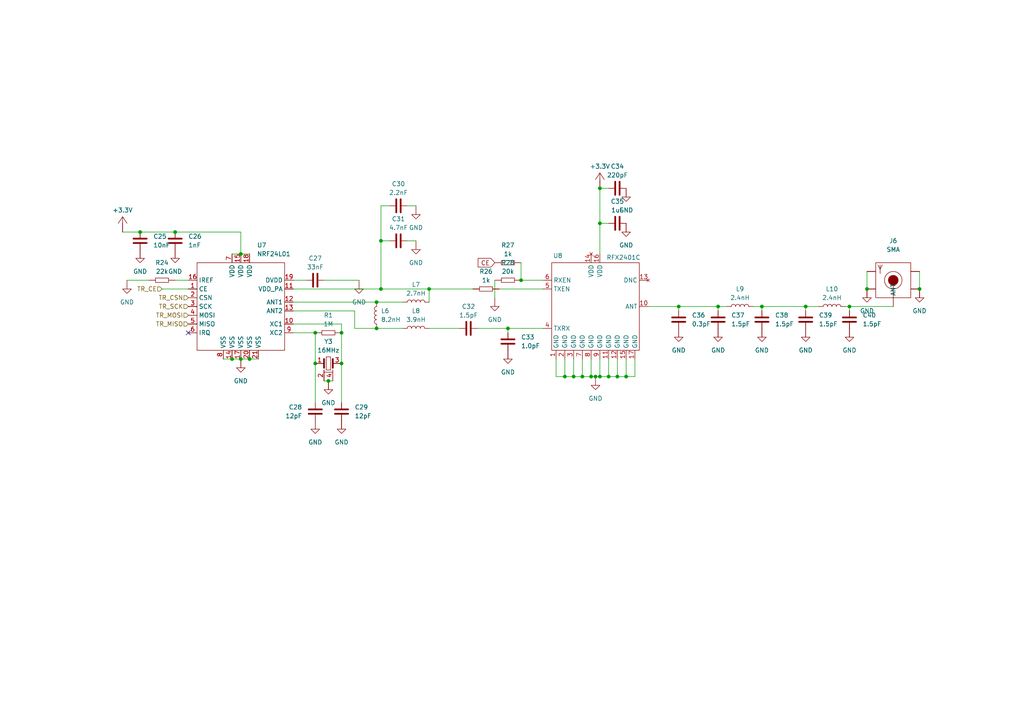
<source format=kicad_sch>
(kicad_sch
	(version 20250114)
	(generator "eeschema")
	(generator_version "9.0")
	(uuid "a0d69d7b-e768-40bc-907b-dd2db94919c9")
	(paper "A4")
	(lib_symbols
		(symbol "common:Capacitor"
			(pin_numbers
				(hide yes)
			)
			(exclude_from_sim no)
			(in_bom yes)
			(on_board yes)
			(property "Reference" "C"
				(at 0 3.5 0)
				(effects
					(font
						(size 1.27 1.27)
					)
				)
			)
			(property "Value" "F"
				(at 0 -4 0)
				(effects
					(font
						(size 1.27 1.27)
					)
				)
			)
			(property "Footprint" ""
				(at 0 0 0)
				(effects
					(font
						(size 1.27 1.27)
					)
					(hide yes)
				)
			)
			(property "Datasheet" ""
				(at 0 0 0)
				(effects
					(font
						(size 1.27 1.27)
					)
					(hide yes)
				)
			)
			(property "Description" "Unpolarized Capacitor"
				(at 0 -5.5 0)
				(effects
					(font
						(size 1.27 1.27)
					)
					(hide yes)
				)
			)
			(symbol "Capacitor_1_1"
				(polyline
					(pts
						(xy -0.635 1.905) (xy -0.635 -1.905)
					)
					(stroke
						(width 0.5)
						(type solid)
					)
					(fill
						(type none)
					)
				)
				(polyline
					(pts
						(xy 0.635 1.905) (xy 0.635 -1.905)
					)
					(stroke
						(width 0.5)
						(type solid)
					)
					(fill
						(type none)
					)
				)
				(pin passive line
					(at -2.54 0 0)
					(length 1.9)
					(name "~"
						(effects
							(font
								(size 1.27 1.27)
							)
						)
					)
					(number "1"
						(effects
							(font
								(size 1.27 1.27)
							)
						)
					)
				)
				(pin passive line
					(at 2.54 0 180)
					(length 1.9)
					(name "~"
						(effects
							(font
								(size 1.27 1.27)
							)
						)
					)
					(number "2"
						(effects
							(font
								(size 1.27 1.27)
							)
						)
					)
				)
			)
			(embedded_fonts no)
		)
		(symbol "common:Crystal_4Pins"
			(pin_names
				(hide yes)
			)
			(exclude_from_sim no)
			(in_bom yes)
			(on_board yes)
			(property "Reference" "Y"
				(at 0 0 0)
				(effects
					(font
						(size 1.27 1.27)
					)
				)
			)
			(property "Value" "Hz"
				(at 0 4 0)
				(effects
					(font
						(size 1.27 1.27)
					)
				)
			)
			(property "Footprint" ""
				(at 0 0 0)
				(effects
					(font
						(size 1.27 1.27)
					)
					(hide yes)
				)
			)
			(property "Datasheet" ""
				(at 0 0 0)
				(effects
					(font
						(size 1.27 1.27)
					)
					(hide yes)
				)
			)
			(property "Description" ""
				(at 0 0 0)
				(effects
					(font
						(size 1.27 1.27)
					)
					(hide yes)
				)
			)
			(symbol "Crystal_4Pins_0_0"
				(pin passive line
					(at -3.81 0 0)
					(length 2.54)
					(name "~"
						(effects
							(font
								(size 1.27 1.27)
							)
						)
					)
					(number "1"
						(effects
							(font
								(size 1.27 1.27)
							)
						)
					)
				)
				(pin passive line
					(at 3.81 0 180)
					(length 2.54)
					(name "~"
						(effects
							(font
								(size 1.27 1.27)
							)
						)
					)
					(number "3"
						(effects
							(font
								(size 1.27 1.27)
							)
						)
					)
				)
			)
			(symbol "Crystal_4Pins_0_1"
				(polyline
					(pts
						(xy -1.27 -2.54) (xy 1.27 -2.54)
					)
					(stroke
						(width 0)
						(type default)
					)
					(fill
						(type none)
					)
				)
				(rectangle
					(start -0.635 1.905)
					(end 0.635 -1.905)
					(stroke
						(width 0)
						(type default)
					)
					(fill
						(type none)
					)
				)
			)
			(symbol "Crystal_4Pins_1_0"
				(pin power_in line
					(at -1.27 -5.08 90)
					(length 3.18)
					(name "GND"
						(effects
							(font
								(size 1.27 1.27)
							)
						)
					)
					(number "2"
						(effects
							(font
								(size 1.27 1.27)
							)
						)
					)
				)
			)
			(symbol "Crystal_4Pins_1_1"
				(polyline
					(pts
						(xy -1.27 -1.27) (xy -1.27 1.27)
					)
					(stroke
						(width 0.5)
						(type solid)
					)
					(fill
						(type none)
					)
				)
				(polyline
					(pts
						(xy 1.27 1.27) (xy 1.27 -1.27)
					)
					(stroke
						(width 0.5)
						(type solid)
					)
					(fill
						(type none)
					)
				)
				(pin power_in line
					(at 1.27 -5.08 90)
					(length 3.18)
					(name "GND"
						(effects
							(font
								(size 1.27 1.27)
							)
						)
					)
					(number "4"
						(effects
							(font
								(size 1.27 1.27)
							)
						)
					)
				)
			)
			(embedded_fonts no)
		)
		(symbol "common:Inductor"
			(pin_numbers
				(hide yes)
			)
			(exclude_from_sim no)
			(in_bom yes)
			(on_board yes)
			(property "Reference" "L"
				(at 0 -1 0)
				(effects
					(font
						(size 1.27 1.27)
					)
				)
			)
			(property "Value" "H"
				(at 0 1.5 0)
				(effects
					(font
						(size 1.27 1.27)
					)
				)
			)
			(property "Footprint" ""
				(at 0 0 0)
				(effects
					(font
						(size 1.27 1.27)
					)
					(hide yes)
				)
			)
			(property "Datasheet" ""
				(at 0 0 0)
				(effects
					(font
						(size 1.27 1.27)
					)
					(hide yes)
				)
			)
			(property "Description" "Inductor"
				(at 0 -2.5 0)
				(effects
					(font
						(size 1.27 1.27)
					)
					(hide yes)
				)
			)
			(symbol "Inductor_0_1"
				(arc
					(start -2.54 0)
					(mid -1.905 0.635)
					(end -1.27 0)
					(stroke
						(width 0)
						(type default)
					)
					(fill
						(type none)
					)
				)
				(arc
					(start -1.27 0)
					(mid -0.635 0.635)
					(end 0 0)
					(stroke
						(width 0)
						(type default)
					)
					(fill
						(type none)
					)
				)
				(arc
					(start 0 0)
					(mid 0.635 0.635)
					(end 1.27 0)
					(stroke
						(width 0)
						(type default)
					)
					(fill
						(type none)
					)
				)
				(arc
					(start 1.27 0)
					(mid 1.905 0.635)
					(end 2.54 0)
					(stroke
						(width 0)
						(type default)
					)
					(fill
						(type none)
					)
				)
			)
			(symbol "Inductor_1_0"
				(pin passive line
					(at -3.81 0 0)
					(length 1.26)
					(name "~"
						(effects
							(font
								(size 1.27 1.27)
							)
						)
					)
					(number "1"
						(effects
							(font
								(size 1.27 1.27)
							)
						)
					)
				)
				(pin passive line
					(at 3.81 0 180)
					(length 1.26)
					(name "~"
						(effects
							(font
								(size 1.27 1.27)
							)
						)
					)
					(number "2"
						(effects
							(font
								(size 1.27 1.27)
							)
						)
					)
				)
			)
			(embedded_fonts no)
		)
		(symbol "common:Resistor"
			(pin_numbers
				(hide yes)
			)
			(exclude_from_sim no)
			(in_bom yes)
			(on_board yes)
			(property "Reference" "R"
				(at 0 -2 0)
				(effects
					(font
						(size 1.27 1.27)
					)
				)
			)
			(property "Value" "Ohm"
				(at 0 2 0)
				(effects
					(font
						(size 1.27 1.27)
					)
				)
			)
			(property "Footprint" ""
				(at 0 0 0)
				(effects
					(font
						(size 1.27 1.27)
					)
					(hide yes)
				)
			)
			(property "Datasheet" ""
				(at 0 0 0)
				(effects
					(font
						(size 1.27 1.27)
					)
					(hide yes)
				)
			)
			(property "Description" "Resistor"
				(at 0 -3.5 0)
				(effects
					(font
						(size 1.27 1.27)
					)
					(hide yes)
				)
			)
			(symbol "Resistor_0_1"
				(rectangle
					(start -1.905 0.635)
					(end 1.905 -0.635)
					(stroke
						(width 0)
						(type default)
					)
					(fill
						(type none)
					)
				)
			)
			(symbol "Resistor_1_1"
				(pin passive line
					(at -3.81 0 0)
					(length 1.9)
					(name "~"
						(effects
							(font
								(size 1.27 1.27)
							)
						)
					)
					(number "1"
						(effects
							(font
								(size 1.27 1.27)
							)
						)
					)
				)
				(pin passive line
					(at 3.81 0 180)
					(length 1.9)
					(name "~"
						(effects
							(font
								(size 1.27 1.27)
							)
						)
					)
					(number "2"
						(effects
							(font
								(size 1.27 1.27)
							)
						)
					)
				)
			)
			(embedded_fonts no)
		)
		(symbol "connector:SMA"
			(pin_numbers
				(hide yes)
			)
			(exclude_from_sim no)
			(in_bom yes)
			(on_board yes)
			(property "Reference" "J"
				(at 0 6 0)
				(effects
					(font
						(size 1.27 1.27)
					)
				)
			)
			(property "Value" "SMA"
				(at 0 -15 0)
				(effects
					(font
						(size 1.27 1.27)
					)
				)
			)
			(property "Footprint" ""
				(at 0 0 0)
				(effects
					(font
						(size 1.27 1.27)
					)
					(hide yes)
				)
			)
			(property "Datasheet" ""
				(at 0 0 0)
				(effects
					(font
						(size 1.27 1.27)
					)
					(hide yes)
				)
			)
			(property "Description" "SubMiniature version A Female Jack"
				(at 0 -17 0)
				(effects
					(font
						(size 1.27 1.27)
					)
					(hide yes)
				)
			)
			(symbol "SMA_0_1"
				(rectangle
					(start -5.08 5.08)
					(end 5.08 -5.08)
					(stroke
						(width 0)
						(type default)
					)
					(fill
						(type none)
					)
				)
			)
			(symbol "SMA_1_1"
				(polyline
					(pts
						(xy -3.81 1.905) (xy -3.81 4.445)
					)
					(stroke
						(width 0)
						(type default)
					)
					(fill
						(type none)
					)
				)
				(polyline
					(pts
						(xy -3.175 4.445) (xy -3.81 3.175) (xy -4.445 4.445)
					)
					(stroke
						(width 0)
						(type default)
					)
					(fill
						(type none)
					)
				)
				(circle
					(center 0 0)
					(radius 0.0001)
					(stroke
						(width 1.5)
						(type solid)
					)
					(fill
						(type none)
					)
				)
				(polyline
					(pts
						(xy 0 0) (xy 0 -6.35)
					)
					(stroke
						(width 0)
						(type default)
					)
					(fill
						(type none)
					)
				)
				(circle
					(center 0 0)
					(radius 2.54)
					(stroke
						(width 0)
						(type default)
					)
					(fill
						(type none)
					)
				)
				(pin passive line
					(at -7.62 2.54 0)
					(length 2.54)
					(name ""
						(effects
							(font
								(size 1.27 1.27)
							)
						)
					)
					(number "2"
						(effects
							(font
								(size 1.27 1.27)
							)
						)
					)
				)
				(pin passive line
					(at -7.62 -2.54 0)
					(length 2.54)
					(name ""
						(effects
							(font
								(size 1.27 1.27)
							)
						)
					)
					(number "3"
						(effects
							(font
								(size 1.27 1.27)
							)
						)
					)
				)
				(pin passive line
					(at 0 -7.62 90)
					(length 2.54)
					(name "ANT"
						(effects
							(font
								(size 1.27 1.27)
							)
						)
					)
					(number "1"
						(effects
							(font
								(size 1.27 1.27)
							)
						)
					)
				)
				(pin passive line
					(at 7.62 2.54 180)
					(length 2.54)
					(name ""
						(effects
							(font
								(size 1.27 1.27)
							)
						)
					)
					(number "4"
						(effects
							(font
								(size 1.27 1.27)
							)
						)
					)
				)
				(pin passive line
					(at 7.62 -2.54 180)
					(length 2.54)
					(name ""
						(effects
							(font
								(size 1.27 1.27)
							)
						)
					)
					(number "5"
						(effects
							(font
								(size 1.27 1.27)
							)
						)
					)
				)
			)
			(embedded_fonts no)
		)
		(symbol "pwr:+3.3V"
			(power)
			(pin_numbers
				(hide yes)
			)
			(exclude_from_sim no)
			(in_bom no)
			(on_board no)
			(property "Reference" "#3V3"
				(at 0 5 0)
				(effects
					(font
						(size 1.27 1.27)
					)
					(hide yes)
				)
			)
			(property "Value" "3V3"
				(at 0 3 0)
				(effects
					(font
						(size 1.27 1.27)
					)
				)
			)
			(property "Footprint" ""
				(at 0 0 0)
				(effects
					(font
						(size 1.27 1.27)
					)
					(hide yes)
				)
			)
			(property "Datasheet" ""
				(at 0 0 0)
				(effects
					(font
						(size 1.27 1.27)
					)
					(hide yes)
				)
			)
			(property "Description" "+3.3V"
				(at 0 -13 0)
				(effects
					(font
						(size 1.27 1.27)
					)
					(hide yes)
				)
			)
			(symbol "+3.3V_0_1"
				(polyline
					(pts
						(xy 0 1.905) (xy -1.27 0)
					)
					(stroke
						(width 0)
						(type default)
					)
					(fill
						(type none)
					)
				)
				(polyline
					(pts
						(xy 0 1.905) (xy 1.27 0)
					)
					(stroke
						(width 0)
						(type default)
					)
					(fill
						(type none)
					)
				)
				(polyline
					(pts
						(xy 0 0) (xy 0 1.905)
					)
					(stroke
						(width 0)
						(type default)
					)
					(fill
						(type none)
					)
				)
			)
			(symbol "+3.3V_1_1"
				(pin power_in line
					(at 0 -2.54 90)
					(length 2.54)
					(name "~"
						(effects
							(font
								(size 1.27 1.27)
							)
						)
					)
					(number "1"
						(effects
							(font
								(size 1.27 1.27)
							)
						)
					)
				)
			)
			(embedded_fonts no)
		)
		(symbol "pwr:GND"
			(power)
			(pin_numbers
				(hide yes)
			)
			(exclude_from_sim no)
			(in_bom no)
			(on_board no)
			(property "Reference" "#GND"
				(at 0 13 0)
				(effects
					(font
						(size 1.27 1.27)
					)
					(hide yes)
				)
			)
			(property "Value" "GND"
				(at 0 -2.5 0)
				(effects
					(font
						(size 1.27 1.27)
					)
				)
			)
			(property "Footprint" ""
				(at 0 0 0)
				(effects
					(font
						(size 1.27 1.27)
					)
					(hide yes)
				)
			)
			(property "Datasheet" ""
				(at 0 0 0)
				(effects
					(font
						(size 1.27 1.27)
					)
					(hide yes)
				)
			)
			(property "Description" "Ground"
				(at 0 -4.5 0)
				(effects
					(font
						(size 1.27 1.27)
					)
					(hide yes)
				)
			)
			(symbol "GND_0_1"
				(polyline
					(pts
						(xy 0 0) (xy 1.27 0) (xy 0 -1.27) (xy -1.27 0) (xy 0 0)
					)
					(stroke
						(width 0)
						(type default)
					)
					(fill
						(type none)
					)
				)
			)
			(symbol "GND_1_1"
				(pin power_in line
					(at 0 2.54 270)
					(length 2.54)
					(name "~"
						(effects
							(font
								(size 1.27 1.27)
							)
						)
					)
					(number "1"
						(effects
							(font
								(size 1.27 1.27)
							)
						)
					)
				)
			)
			(embedded_fonts no)
		)
		(symbol "transceiver:NRF24L01"
			(exclude_from_sim no)
			(in_bom yes)
			(on_board yes)
			(property "Reference" "U"
				(at -12 14 0)
				(effects
					(font
						(size 1.27 1.27)
					)
				)
			)
			(property "Value" "NRF24L01"
				(at 9 14 0)
				(effects
					(font
						(size 1.27 1.27)
					)
				)
			)
			(property "Footprint" ""
				(at 0 0 0)
				(effects
					(font
						(size 1.27 1.27)
					)
					(hide yes)
				)
			)
			(property "Datasheet" ""
				(at 0 0 0)
				(effects
					(font
						(size 1.27 1.27)
					)
					(hide yes)
				)
			)
			(property "Description" "2.4GHz Transceiver"
				(at -1.27 -26 0)
				(effects
					(font
						(size 1.27 1.27)
					)
					(hide yes)
				)
			)
			(symbol "NRF24L01_0_1"
				(rectangle
					(start -12.7 12.7)
					(end 12.7 -12.7)
					(stroke
						(width 0)
						(type default)
					)
					(fill
						(type none)
					)
				)
			)
			(symbol "NRF24L01_1_1"
				(pin input line
					(at -15.24 7.62 0)
					(length 2.54)
					(name "IREF"
						(effects
							(font
								(size 1.27 1.27)
							)
						)
					)
					(number "16"
						(effects
							(font
								(size 1.27 1.27)
							)
						)
					)
				)
				(pin input line
					(at -15.24 5.08 0)
					(length 2.54)
					(name "CE"
						(effects
							(font
								(size 1.27 1.27)
							)
						)
					)
					(number "1"
						(effects
							(font
								(size 1.27 1.27)
							)
						)
					)
				)
				(pin input line
					(at -15.24 2.54 0)
					(length 2.54)
					(name "CSN"
						(effects
							(font
								(size 1.27 1.27)
							)
						)
					)
					(number "2"
						(effects
							(font
								(size 1.27 1.27)
							)
						)
					)
				)
				(pin input line
					(at -15.24 0 0)
					(length 2.54)
					(name "SCK"
						(effects
							(font
								(size 1.27 1.27)
							)
						)
					)
					(number "3"
						(effects
							(font
								(size 1.27 1.27)
							)
						)
					)
				)
				(pin input line
					(at -15.24 -2.54 0)
					(length 2.54)
					(name "MOSI"
						(effects
							(font
								(size 1.27 1.27)
							)
						)
					)
					(number "4"
						(effects
							(font
								(size 1.27 1.27)
							)
						)
					)
				)
				(pin output line
					(at -15.24 -5.08 0)
					(length 2.54)
					(name "MISO"
						(effects
							(font
								(size 1.27 1.27)
							)
						)
					)
					(number "5"
						(effects
							(font
								(size 1.27 1.27)
							)
						)
					)
				)
				(pin output line
					(at -15.24 -7.62 0)
					(length 2.54)
					(name "IRQ"
						(effects
							(font
								(size 1.27 1.27)
							)
						)
					)
					(number "6"
						(effects
							(font
								(size 1.27 1.27)
							)
						)
					)
				)
				(pin power_in line
					(at -5.08 -15.24 90)
					(length 2.54)
					(name "VSS"
						(effects
							(font
								(size 1.27 1.27)
							)
						)
					)
					(number "8"
						(effects
							(font
								(size 1.27 1.27)
							)
						)
					)
				)
				(pin power_in line
					(at -2.54 15.24 270)
					(length 2.54)
					(name "VDD"
						(effects
							(font
								(size 1.27 1.27)
							)
						)
					)
					(number "7"
						(effects
							(font
								(size 1.27 1.27)
							)
						)
					)
				)
				(pin power_in line
					(at -2.54 -15.24 90)
					(length 2.54)
					(name "VSS"
						(effects
							(font
								(size 1.27 1.27)
							)
						)
					)
					(number "14"
						(effects
							(font
								(size 1.27 1.27)
							)
						)
					)
				)
				(pin power_in line
					(at 0 15.24 270)
					(length 2.54)
					(name "VDD"
						(effects
							(font
								(size 1.27 1.27)
							)
						)
					)
					(number "15"
						(effects
							(font
								(size 1.27 1.27)
							)
						)
					)
				)
				(pin power_in line
					(at 0 -15.24 90)
					(length 2.54)
					(name "VSS"
						(effects
							(font
								(size 1.27 1.27)
							)
						)
					)
					(number "17"
						(effects
							(font
								(size 1.27 1.27)
							)
						)
					)
				)
				(pin power_in line
					(at 2.54 15.24 270)
					(length 2.54)
					(name "VDD"
						(effects
							(font
								(size 1.27 1.27)
							)
						)
					)
					(number "18"
						(effects
							(font
								(size 1.27 1.27)
							)
						)
					)
				)
				(pin power_in line
					(at 2.54 -15.24 90)
					(length 2.54)
					(name "VSS"
						(effects
							(font
								(size 1.27 1.27)
							)
						)
					)
					(number "20"
						(effects
							(font
								(size 1.27 1.27)
							)
						)
					)
				)
				(pin power_in line
					(at 5.08 -15.24 90)
					(length 2.54)
					(name "VSS"
						(effects
							(font
								(size 1.27 1.27)
							)
						)
					)
					(number "21"
						(effects
							(font
								(size 1.27 1.27)
							)
						)
					)
				)
				(pin power_out line
					(at 15.24 7.62 180)
					(length 2.54)
					(name "DVDD"
						(effects
							(font
								(size 1.27 1.27)
							)
						)
					)
					(number "19"
						(effects
							(font
								(size 1.27 1.27)
							)
						)
					)
				)
				(pin power_out line
					(at 15.24 5.08 180)
					(length 2.54)
					(name "VDD_PA"
						(effects
							(font
								(size 1.27 1.27)
							)
						)
					)
					(number "11"
						(effects
							(font
								(size 1.27 1.27)
							)
						)
					)
				)
				(pin passive line
					(at 15.24 1.27 180)
					(length 2.54)
					(name "ANT1"
						(effects
							(font
								(size 1.27 1.27)
							)
						)
					)
					(number "12"
						(effects
							(font
								(size 1.27 1.27)
							)
						)
					)
				)
				(pin passive line
					(at 15.24 -1.27 180)
					(length 2.54)
					(name "ANT2"
						(effects
							(font
								(size 1.27 1.27)
							)
						)
					)
					(number "13"
						(effects
							(font
								(size 1.27 1.27)
							)
						)
					)
				)
				(pin passive line
					(at 15.24 -5.08 180)
					(length 2.54)
					(name "XC1"
						(effects
							(font
								(size 1.27 1.27)
							)
						)
					)
					(number "10"
						(effects
							(font
								(size 1.27 1.27)
							)
						)
					)
				)
				(pin passive line
					(at 15.24 -7.62 180)
					(length 2.54)
					(name "XC2"
						(effects
							(font
								(size 1.27 1.27)
							)
						)
					)
					(number "9"
						(effects
							(font
								(size 1.27 1.27)
							)
						)
					)
				)
			)
			(embedded_fonts no)
		)
		(symbol "transceiver:RFX2401C"
			(exclude_from_sim no)
			(in_bom yes)
			(on_board yes)
			(property "Reference" "U"
				(at -12 14 0)
				(effects
					(font
						(size 1.27 1.27)
					)
				)
			)
			(property "Value" "RFX2401C"
				(at 8 14 0)
				(effects
					(font
						(size 1.27 1.27)
					)
				)
			)
			(property "Footprint" ""
				(at 0 0 0)
				(effects
					(font
						(size 1.27 1.27)
					)
					(hide yes)
				)
			)
			(property "Datasheet" "https://www.lcsc.com/datasheet/C19213.pdf"
				(at 0 -28 0)
				(effects
					(font
						(size 1.27 1.27)
					)
					(hide yes)
				)
			)
			(property "Description" "RF Front-end Integrated Circuit"
				(at 0 -26 0)
				(effects
					(font
						(size 1.27 1.27)
					)
					(hide yes)
				)
			)
			(symbol "RFX2401C_0_0"
				(pin power_in line
					(at -11.43 -15.24 90)
					(length 2.54)
					(name "GND"
						(effects
							(font
								(size 1.27 1.27)
							)
						)
					)
					(number "1"
						(effects
							(font
								(size 1.27 1.27)
							)
						)
					)
				)
				(pin power_in line
					(at -8.89 -15.24 90)
					(length 2.54)
					(name "GND"
						(effects
							(font
								(size 1.27 1.27)
							)
						)
					)
					(number "2"
						(effects
							(font
								(size 1.27 1.27)
							)
						)
					)
				)
				(pin power_in line
					(at -6.35 -15.24 90)
					(length 2.54)
					(name "GND"
						(effects
							(font
								(size 1.27 1.27)
							)
						)
					)
					(number "3"
						(effects
							(font
								(size 1.27 1.27)
							)
						)
					)
				)
				(pin power_in line
					(at -3.81 -15.24 90)
					(length 2.54)
					(name "GND"
						(effects
							(font
								(size 1.27 1.27)
							)
						)
					)
					(number "7"
						(effects
							(font
								(size 1.27 1.27)
							)
						)
					)
				)
				(pin power_in line
					(at -1.27 -15.24 90)
					(length 2.54)
					(name "GND"
						(effects
							(font
								(size 1.27 1.27)
							)
						)
					)
					(number "8"
						(effects
							(font
								(size 1.27 1.27)
							)
						)
					)
				)
				(pin power_in line
					(at 1.27 15.24 270)
					(length 2.54)
					(name "VDD"
						(effects
							(font
								(size 1.27 1.27)
							)
						)
					)
					(number "16"
						(effects
							(font
								(size 1.27 1.27)
							)
						)
					)
				)
				(pin power_in line
					(at 1.27 -15.24 90)
					(length 2.54)
					(name "GND"
						(effects
							(font
								(size 1.27 1.27)
							)
						)
					)
					(number "9"
						(effects
							(font
								(size 1.27 1.27)
							)
						)
					)
				)
				(pin power_in line
					(at 3.81 -15.24 90)
					(length 2.54)
					(name "GND"
						(effects
							(font
								(size 1.27 1.27)
							)
						)
					)
					(number "11"
						(effects
							(font
								(size 1.27 1.27)
							)
						)
					)
				)
				(pin power_in line
					(at 6.35 -15.24 90)
					(length 2.54)
					(name "GND"
						(effects
							(font
								(size 1.27 1.27)
							)
						)
					)
					(number "12"
						(effects
							(font
								(size 1.27 1.27)
							)
						)
					)
				)
				(pin power_in line
					(at 8.89 -15.24 90)
					(length 2.54)
					(name "GND"
						(effects
							(font
								(size 1.27 1.27)
							)
						)
					)
					(number "15"
						(effects
							(font
								(size 1.27 1.27)
							)
						)
					)
				)
				(pin power_in line
					(at 11.43 -15.24 90)
					(length 2.54)
					(name "GND"
						(effects
							(font
								(size 1.27 1.27)
							)
						)
					)
					(number "17"
						(effects
							(font
								(size 1.27 1.27)
							)
						)
					)
				)
				(pin bidirectional line
					(at 15.24 0 180)
					(length 2.54)
					(name "ANT"
						(effects
							(font
								(size 1.27 1.27)
							)
						)
					)
					(number "10"
						(effects
							(font
								(size 1.27 1.27)
							)
						)
					)
				)
			)
			(symbol "RFX2401C_0_1"
				(rectangle
					(start -12.7 12.7)
					(end 12.7 -12.7)
					(stroke
						(width 0)
						(type default)
					)
					(fill
						(type none)
					)
				)
			)
			(symbol "RFX2401C_1_0"
				(pin input line
					(at -15.24 7.62 0)
					(length 2.54)
					(name "RXEN"
						(effects
							(font
								(size 1.27 1.27)
							)
						)
					)
					(number "6"
						(effects
							(font
								(size 1.27 1.27)
							)
						)
					)
				)
				(pin input line
					(at -15.24 5.08 0)
					(length 2.54)
					(name "TXEN"
						(effects
							(font
								(size 1.27 1.27)
							)
						)
					)
					(number "5"
						(effects
							(font
								(size 1.27 1.27)
							)
						)
					)
				)
				(pin bidirectional line
					(at -15.24 -6.35 0)
					(length 2.54)
					(name "TXRX"
						(effects
							(font
								(size 1.27 1.27)
							)
						)
					)
					(number "4"
						(effects
							(font
								(size 1.27 1.27)
							)
						)
					)
				)
				(pin no_connect line
					(at -1.27 15.24 270)
					(length 2.54)
					(name "VDD"
						(effects
							(font
								(size 1.27 1.27)
							)
						)
					)
					(number "14"
						(effects
							(font
								(size 1.27 1.27)
							)
						)
					)
				)
				(pin no_connect line
					(at 15.24 7.62 180)
					(length 2.54)
					(name "DNC"
						(effects
							(font
								(size 1.27 1.27)
							)
						)
					)
					(number "13"
						(effects
							(font
								(size 1.27 1.27)
							)
						)
					)
				)
			)
			(embedded_fonts no)
		)
	)
	(junction
		(at 40.64 67.31)
		(diameter 0)
		(color 0 0 0 0)
		(uuid "22e75bc6-b550-4a13-9c54-efa7ac3a6f8b")
	)
	(junction
		(at 91.44 105.41)
		(diameter 0)
		(color 0 0 0 0)
		(uuid "237fd2c2-747e-4e55-9c3b-44ff9197279d")
	)
	(junction
		(at 69.85 73.66)
		(diameter 0)
		(color 0 0 0 0)
		(uuid "257251a9-5c85-4e09-9ac4-66a913389663")
	)
	(junction
		(at 251.46 83.82)
		(diameter 0)
		(color 0 0 0 0)
		(uuid "28a07e68-9487-493d-bf12-5a93f7ddb23c")
	)
	(junction
		(at 110.49 83.82)
		(diameter 0)
		(color 0 0 0 0)
		(uuid "2e60e7c0-f831-44d9-ab41-639a534600aa")
	)
	(junction
		(at 176.53 109.22)
		(diameter 0)
		(color 0 0 0 0)
		(uuid "309f85e0-575d-4f4e-b4c1-b51450f5c972")
	)
	(junction
		(at 233.68 88.9)
		(diameter 0)
		(color 0 0 0 0)
		(uuid "327a980a-9652-4b8a-96d0-468d0724c7ac")
	)
	(junction
		(at 181.61 109.22)
		(diameter 0)
		(color 0 0 0 0)
		(uuid "4913a71a-d849-4575-b615-d5bfe61c967b")
	)
	(junction
		(at 196.85 88.9)
		(diameter 0)
		(color 0 0 0 0)
		(uuid "4f78520f-3d24-474b-887b-c9237d739a3a")
	)
	(junction
		(at 246.38 88.9)
		(diameter 0)
		(color 0 0 0 0)
		(uuid "5229fc0f-26c1-4145-81ed-8debc9a96419")
	)
	(junction
		(at 208.28 88.9)
		(diameter 0)
		(color 0 0 0 0)
		(uuid "5bfaf105-a95e-48a5-9e53-00a596ae2da2")
	)
	(junction
		(at 67.31 104.14)
		(diameter 0)
		(color 0 0 0 0)
		(uuid "61287837-def3-495d-af18-b0e93b230b1f")
	)
	(junction
		(at 151.13 81.28)
		(diameter 0)
		(color 0 0 0 0)
		(uuid "6843f340-d4c2-4b08-9427-1fd2b42696c8")
	)
	(junction
		(at 166.37 109.22)
		(diameter 0)
		(color 0 0 0 0)
		(uuid "6ecb43b2-6e69-4b4e-ba77-c38d2cde8769")
	)
	(junction
		(at 91.44 96.52)
		(diameter 0)
		(color 0 0 0 0)
		(uuid "7010066d-8054-4e85-9ee9-849fc6f5e880")
	)
	(junction
		(at 99.06 105.41)
		(diameter 0)
		(color 0 0 0 0)
		(uuid "7ed5bb13-2bee-4706-9228-6c68f4a80f2e")
	)
	(junction
		(at 173.99 64.77)
		(diameter 0)
		(color 0 0 0 0)
		(uuid "80524ffa-c8ba-4286-868d-b327d8a55595")
	)
	(junction
		(at 95.25 110.49)
		(diameter 0)
		(color 0 0 0 0)
		(uuid "83056ec6-ff33-4034-ab0c-e175e687903c")
	)
	(junction
		(at 179.07 109.22)
		(diameter 0)
		(color 0 0 0 0)
		(uuid "89ff0fa6-9188-4390-8764-75bc101d37c4")
	)
	(junction
		(at 163.83 109.22)
		(diameter 0)
		(color 0 0 0 0)
		(uuid "8aa385eb-4c7b-42d7-949b-2fe6f464496d")
	)
	(junction
		(at 168.91 109.22)
		(diameter 0)
		(color 0 0 0 0)
		(uuid "91033429-cbd1-48e4-95d9-4dfa10c2417a")
	)
	(junction
		(at 110.49 69.85)
		(diameter 0)
		(color 0 0 0 0)
		(uuid "985f2483-e520-4131-baac-1ec4f69779a0")
	)
	(junction
		(at 109.22 87.63)
		(diameter 0)
		(color 0 0 0 0)
		(uuid "9c9e7294-d041-40ba-a6f6-393fea5b031a")
	)
	(junction
		(at 173.99 109.22)
		(diameter 0)
		(color 0 0 0 0)
		(uuid "9d21b2f6-9f0e-40d4-8101-598dc79b2cbd")
	)
	(junction
		(at 72.39 104.14)
		(diameter 0)
		(color 0 0 0 0)
		(uuid "a2cb56fd-c386-47a1-b9cc-93bbb09e8937")
	)
	(junction
		(at 109.22 95.25)
		(diameter 0)
		(color 0 0 0 0)
		(uuid "ca1a3074-6a9d-4d8c-bcae-e16aa3efcfd0")
	)
	(junction
		(at 172.72 109.22)
		(diameter 0)
		(color 0 0 0 0)
		(uuid "cdabe4ee-29fa-433f-b5e5-79b06f62e46e")
	)
	(junction
		(at 69.85 104.14)
		(diameter 0)
		(color 0 0 0 0)
		(uuid "d3d0afea-5397-4899-ba54-06e10984a08b")
	)
	(junction
		(at 173.99 54.61)
		(diameter 0)
		(color 0 0 0 0)
		(uuid "d699ec1a-9509-489e-bcc2-738461e99f68")
	)
	(junction
		(at 99.06 96.52)
		(diameter 0)
		(color 0 0 0 0)
		(uuid "dab60877-204b-449a-b3ae-cba0eef00bd1")
	)
	(junction
		(at 220.98 88.9)
		(diameter 0)
		(color 0 0 0 0)
		(uuid "e18ea1ec-8f3a-464d-b070-9153df752bee")
	)
	(junction
		(at 50.8 67.31)
		(diameter 0)
		(color 0 0 0 0)
		(uuid "eeb58488-a843-496d-8129-f7e4f74d516a")
	)
	(junction
		(at 266.7 83.82)
		(diameter 0)
		(color 0 0 0 0)
		(uuid "f0f369da-74b7-4267-964d-c5c9cbf5ff2f")
	)
	(junction
		(at 124.46 83.82)
		(diameter 0)
		(color 0 0 0 0)
		(uuid "f317f9c6-f1f2-469b-8728-5a31461a134b")
	)
	(junction
		(at 147.32 95.25)
		(diameter 0)
		(color 0 0 0 0)
		(uuid "f52e71ab-bc48-46b3-bb23-40c6edc43d86")
	)
	(junction
		(at 171.45 109.22)
		(diameter 0)
		(color 0 0 0 0)
		(uuid "fefd9df6-f6a6-4c3a-b0bd-132d32f63bb5")
	)
	(no_connect
		(at 54.61 96.52)
		(uuid "47f54d95-8598-4dfc-9206-803f5ff84001")
	)
	(wire
		(pts
			(xy 124.46 83.82) (xy 137.16 83.82)
		)
		(stroke
			(width 0)
			(type default)
		)
		(uuid "03bc8870-8234-49f0-a357-8814f73a9dc5")
	)
	(wire
		(pts
			(xy 161.29 109.22) (xy 163.83 109.22)
		)
		(stroke
			(width 0)
			(type default)
		)
		(uuid "0440920f-f47a-461d-bfdb-1b89cbd023c6")
	)
	(wire
		(pts
			(xy 171.45 109.22) (xy 172.72 109.22)
		)
		(stroke
			(width 0)
			(type default)
		)
		(uuid "06c8f678-e388-4269-acf2-9b3a78bdb349")
	)
	(wire
		(pts
			(xy 163.83 104.14) (xy 163.83 109.22)
		)
		(stroke
			(width 0)
			(type default)
		)
		(uuid "09b438cb-b98d-493f-b252-c294b2a349fa")
	)
	(wire
		(pts
			(xy 72.39 104.14) (xy 74.93 104.14)
		)
		(stroke
			(width 0)
			(type default)
		)
		(uuid "0cd74c78-b3bd-452d-9c6f-fa1770810719")
	)
	(wire
		(pts
			(xy 171.45 109.22) (xy 171.45 104.14)
		)
		(stroke
			(width 0)
			(type default)
		)
		(uuid "0d206244-7d6d-4c3c-8e1e-4450271a2fca")
	)
	(wire
		(pts
			(xy 147.32 95.25) (xy 157.48 95.25)
		)
		(stroke
			(width 0)
			(type default)
		)
		(uuid "0e6583f2-2372-4b9a-85eb-94a3425324f7")
	)
	(wire
		(pts
			(xy 124.46 95.25) (xy 133.35 95.25)
		)
		(stroke
			(width 0)
			(type default)
		)
		(uuid "101e0538-f397-4c32-aa28-bf24d80d8d17")
	)
	(wire
		(pts
			(xy 110.49 59.69) (xy 110.49 69.85)
		)
		(stroke
			(width 0)
			(type default)
		)
		(uuid "114d0cfa-a35b-4ed5-861b-4ddfddce095c")
	)
	(wire
		(pts
			(xy 67.31 73.66) (xy 69.85 73.66)
		)
		(stroke
			(width 0)
			(type default)
		)
		(uuid "1632e4b0-66f0-468c-9a30-fb4f241ad10d")
	)
	(wire
		(pts
			(xy 161.29 109.22) (xy 161.29 104.14)
		)
		(stroke
			(width 0)
			(type default)
		)
		(uuid "1cbc0d50-36ea-42a2-9abc-de8bc5b03373")
	)
	(wire
		(pts
			(xy 168.91 104.14) (xy 168.91 109.22)
		)
		(stroke
			(width 0)
			(type default)
		)
		(uuid "1ce98081-62da-489b-9ded-097edccad42c")
	)
	(wire
		(pts
			(xy 93.98 81.28) (xy 104.14 81.28)
		)
		(stroke
			(width 0)
			(type default)
		)
		(uuid "1fd7b91e-44fa-4622-ae63-f17a532efa28")
	)
	(wire
		(pts
			(xy 85.09 81.28) (xy 88.9 81.28)
		)
		(stroke
			(width 0)
			(type default)
		)
		(uuid "2129360c-3072-4f62-8783-5db3dfcc7166")
	)
	(wire
		(pts
			(xy 151.13 81.28) (xy 157.48 81.28)
		)
		(stroke
			(width 0)
			(type default)
		)
		(uuid "23a7a906-06c7-4692-be72-9f1884a77e07")
	)
	(wire
		(pts
			(xy 173.99 73.66) (xy 173.99 64.77)
		)
		(stroke
			(width 0)
			(type default)
		)
		(uuid "299efdd3-5713-48b3-90d0-03ad87e11f1b")
	)
	(wire
		(pts
			(xy 110.49 59.69) (xy 113.03 59.69)
		)
		(stroke
			(width 0)
			(type default)
		)
		(uuid "29af653c-602c-48fd-8d8d-840a99157a04")
	)
	(wire
		(pts
			(xy 266.7 78.74) (xy 266.7 83.82)
		)
		(stroke
			(width 0)
			(type default)
		)
		(uuid "2a4a5e2d-c9c6-4884-8438-81a4465dcec4")
	)
	(wire
		(pts
			(xy 168.91 109.22) (xy 171.45 109.22)
		)
		(stroke
			(width 0)
			(type default)
		)
		(uuid "2adab50a-386a-4476-90ab-0d5e4c35e8aa")
	)
	(wire
		(pts
			(xy 220.98 88.9) (xy 220.98 90.17)
		)
		(stroke
			(width 0)
			(type default)
		)
		(uuid "2e526b7a-bf06-41d5-a978-85c269debd3f")
	)
	(wire
		(pts
			(xy 187.96 88.9) (xy 196.85 88.9)
		)
		(stroke
			(width 0)
			(type default)
		)
		(uuid "311b5812-abdc-4ec7-898e-54e0ef62accb")
	)
	(wire
		(pts
			(xy 176.53 54.61) (xy 173.99 54.61)
		)
		(stroke
			(width 0)
			(type default)
		)
		(uuid "39df301c-bf6b-4dda-9620-930beee00fa6")
	)
	(wire
		(pts
			(xy 246.38 88.9) (xy 259.08 88.9)
		)
		(stroke
			(width 0)
			(type default)
		)
		(uuid "3e168ae1-e91c-4046-b12b-cd72b5c95211")
	)
	(wire
		(pts
			(xy 144.78 83.82) (xy 157.48 83.82)
		)
		(stroke
			(width 0)
			(type default)
		)
		(uuid "3e84ac1e-84d0-453b-b36d-d652d5ab8b66")
	)
	(wire
		(pts
			(xy 67.31 104.14) (xy 69.85 104.14)
		)
		(stroke
			(width 0)
			(type default)
		)
		(uuid "41636507-7f60-4c8a-8c0b-5f1d6b54b7e6")
	)
	(wire
		(pts
			(xy 208.28 88.9) (xy 208.28 90.17)
		)
		(stroke
			(width 0)
			(type default)
		)
		(uuid "43923e41-dacb-463a-bdaf-d380e96fb358")
	)
	(wire
		(pts
			(xy 50.8 81.28) (xy 54.61 81.28)
		)
		(stroke
			(width 0)
			(type default)
		)
		(uuid "43f83dea-83df-4547-b093-b045bb63e91d")
	)
	(wire
		(pts
			(xy 124.46 83.82) (xy 124.46 87.63)
		)
		(stroke
			(width 0)
			(type default)
		)
		(uuid "48134dbc-0318-4d33-9a35-364bbf2c32e4")
	)
	(wire
		(pts
			(xy 151.13 76.2) (xy 151.13 81.28)
		)
		(stroke
			(width 0)
			(type default)
		)
		(uuid "4842335a-4968-4129-bd37-29557cfb5bfc")
	)
	(wire
		(pts
			(xy 245.11 88.9) (xy 246.38 88.9)
		)
		(stroke
			(width 0)
			(type default)
		)
		(uuid "536bcaab-466a-4718-aaa1-363dc0d460eb")
	)
	(wire
		(pts
			(xy 93.98 110.49) (xy 95.25 110.49)
		)
		(stroke
			(width 0)
			(type default)
		)
		(uuid "5a1ec8aa-c8ad-490d-80cb-e85b724e494a")
	)
	(wire
		(pts
			(xy 179.07 109.22) (xy 181.61 109.22)
		)
		(stroke
			(width 0)
			(type default)
		)
		(uuid "5ee7fad3-9a72-4fce-8f57-a09cedba0934")
	)
	(wire
		(pts
			(xy 181.61 109.22) (xy 181.61 104.14)
		)
		(stroke
			(width 0)
			(type default)
		)
		(uuid "5f425c02-8a80-4f8d-9ae9-2c83e50a9ea7")
	)
	(wire
		(pts
			(xy 109.22 95.25) (xy 116.84 95.25)
		)
		(stroke
			(width 0)
			(type default)
		)
		(uuid "6303597e-cd16-4e88-90c3-7e55e483c04b")
	)
	(wire
		(pts
			(xy 173.99 109.22) (xy 176.53 109.22)
		)
		(stroke
			(width 0)
			(type default)
		)
		(uuid "65b63f6d-949c-4a5c-bb99-e7507e73aa00")
	)
	(wire
		(pts
			(xy 147.32 95.25) (xy 147.32 96.52)
		)
		(stroke
			(width 0)
			(type default)
		)
		(uuid "69c9a28e-2490-45df-8dad-922c9e67923a")
	)
	(wire
		(pts
			(xy 143.51 86.36) (xy 143.51 81.28)
		)
		(stroke
			(width 0)
			(type default)
		)
		(uuid "6adac5cc-ba46-493d-8d01-524675197ddf")
	)
	(wire
		(pts
			(xy 110.49 83.82) (xy 124.46 83.82)
		)
		(stroke
			(width 0)
			(type default)
		)
		(uuid "6b02c197-aeae-45f4-bbc4-fd7617de8da4")
	)
	(wire
		(pts
			(xy 220.98 88.9) (xy 233.68 88.9)
		)
		(stroke
			(width 0)
			(type default)
		)
		(uuid "73082e23-903d-4d91-ac2e-04607205bfeb")
	)
	(wire
		(pts
			(xy 173.99 54.61) (xy 173.99 64.77)
		)
		(stroke
			(width 0)
			(type default)
		)
		(uuid "761fa817-e2fa-4d19-854b-23ae83a2cad5")
	)
	(wire
		(pts
			(xy 110.49 69.85) (xy 113.03 69.85)
		)
		(stroke
			(width 0)
			(type default)
		)
		(uuid "7c2007cb-570b-49df-a4c2-380f48b4381c")
	)
	(wire
		(pts
			(xy 69.85 104.14) (xy 72.39 104.14)
		)
		(stroke
			(width 0)
			(type default)
		)
		(uuid "7cacd375-d5c4-45de-b75b-2c0f698fb34c")
	)
	(wire
		(pts
			(xy 218.44 88.9) (xy 220.98 88.9)
		)
		(stroke
			(width 0)
			(type default)
		)
		(uuid "7e8919da-fabf-4a90-b286-e835221a60df")
	)
	(wire
		(pts
			(xy 85.09 93.98) (xy 99.06 93.98)
		)
		(stroke
			(width 0)
			(type default)
		)
		(uuid "7fde7592-0379-46c5-80c8-9b4585f6bda0")
	)
	(wire
		(pts
			(xy 179.07 109.22) (xy 179.07 104.14)
		)
		(stroke
			(width 0)
			(type default)
		)
		(uuid "84841ce3-c39d-4d36-a9b9-bdd8af35f20a")
	)
	(wire
		(pts
			(xy 85.09 96.52) (xy 91.44 96.52)
		)
		(stroke
			(width 0)
			(type default)
		)
		(uuid "8816d6b3-378b-4f76-868d-30eb8e95865d")
	)
	(wire
		(pts
			(xy 99.06 105.41) (xy 99.06 116.84)
		)
		(stroke
			(width 0)
			(type default)
		)
		(uuid "8a0d183c-d170-486d-96c4-0e5f1869ba6e")
	)
	(wire
		(pts
			(xy 85.09 87.63) (xy 109.22 87.63)
		)
		(stroke
			(width 0)
			(type default)
		)
		(uuid "8eda6561-a978-45eb-85af-d5b345a55ac3")
	)
	(wire
		(pts
			(xy 91.44 105.41) (xy 91.44 96.52)
		)
		(stroke
			(width 0)
			(type default)
		)
		(uuid "8f0258cf-1a37-489b-8f91-1ac10353e219")
	)
	(wire
		(pts
			(xy 196.85 88.9) (xy 208.28 88.9)
		)
		(stroke
			(width 0)
			(type default)
		)
		(uuid "951fa4f3-de95-4f41-957f-9747ce36c279")
	)
	(wire
		(pts
			(xy 233.68 88.9) (xy 233.68 90.17)
		)
		(stroke
			(width 0)
			(type default)
		)
		(uuid "9b25c5b9-9b34-4a6a-80d7-ef719578054c")
	)
	(wire
		(pts
			(xy 85.09 83.82) (xy 110.49 83.82)
		)
		(stroke
			(width 0)
			(type default)
		)
		(uuid "9b7b2b97-30d4-4eb0-8398-8535955e27de")
	)
	(wire
		(pts
			(xy 233.68 88.9) (xy 237.49 88.9)
		)
		(stroke
			(width 0)
			(type default)
		)
		(uuid "9d252846-479e-475c-9f75-744224d75e9f")
	)
	(wire
		(pts
			(xy 99.06 96.52) (xy 99.06 105.41)
		)
		(stroke
			(width 0)
			(type default)
		)
		(uuid "a0d58e10-f506-4f23-a36c-a5247377317c")
	)
	(wire
		(pts
			(xy 166.37 104.14) (xy 166.37 109.22)
		)
		(stroke
			(width 0)
			(type default)
		)
		(uuid "a1690f4a-7c14-4c4c-b17e-2a879f99873a")
	)
	(wire
		(pts
			(xy 251.46 78.74) (xy 251.46 83.82)
		)
		(stroke
			(width 0)
			(type default)
		)
		(uuid "a2925e93-50f6-49b2-83ef-348c29d01640")
	)
	(wire
		(pts
			(xy 138.43 95.25) (xy 147.32 95.25)
		)
		(stroke
			(width 0)
			(type default)
		)
		(uuid "a5759811-a23d-4f25-8d55-316e8501a044")
	)
	(wire
		(pts
			(xy 110.49 69.85) (xy 110.49 83.82)
		)
		(stroke
			(width 0)
			(type default)
		)
		(uuid "aa737e71-7023-4a2a-b47f-e3339a7c5927")
	)
	(wire
		(pts
			(xy 176.53 64.77) (xy 173.99 64.77)
		)
		(stroke
			(width 0)
			(type default)
		)
		(uuid "af6c7eb2-01aa-4d93-a70f-c25c159b673d")
	)
	(wire
		(pts
			(xy 196.85 88.9) (xy 196.85 90.17)
		)
		(stroke
			(width 0)
			(type default)
		)
		(uuid "b15a4fc6-7db6-499b-a3d2-92a8a1551921")
	)
	(wire
		(pts
			(xy 166.37 109.22) (xy 168.91 109.22)
		)
		(stroke
			(width 0)
			(type default)
		)
		(uuid "b295046f-9bee-48c5-a686-35c796268728")
	)
	(wire
		(pts
			(xy 36.83 81.28) (xy 43.18 81.28)
		)
		(stroke
			(width 0)
			(type default)
		)
		(uuid "b2cdb288-d387-4de4-96c4-28470d92669a")
	)
	(wire
		(pts
			(xy 246.38 88.9) (xy 246.38 90.17)
		)
		(stroke
			(width 0)
			(type default)
		)
		(uuid "c7001096-cddd-42f1-bd09-8abba14245a3")
	)
	(wire
		(pts
			(xy 102.87 90.17) (xy 102.87 95.25)
		)
		(stroke
			(width 0)
			(type default)
		)
		(uuid "c70c3c65-8efb-46bb-b81d-d42cb109f00a")
	)
	(wire
		(pts
			(xy 96.52 110.49) (xy 95.25 110.49)
		)
		(stroke
			(width 0)
			(type default)
		)
		(uuid "c8cdfb5a-8440-4da1-84dc-2fb824fccc54")
	)
	(wire
		(pts
			(xy 176.53 109.22) (xy 176.53 104.14)
		)
		(stroke
			(width 0)
			(type default)
		)
		(uuid "ce6ce975-b1a0-4880-995f-b8d73a022fee")
	)
	(wire
		(pts
			(xy 69.85 73.66) (xy 72.39 73.66)
		)
		(stroke
			(width 0)
			(type default)
		)
		(uuid "ceba2622-a765-4b3c-982e-b6fc00bbd732")
	)
	(wire
		(pts
			(xy 118.11 59.69) (xy 120.65 59.69)
		)
		(stroke
			(width 0)
			(type default)
		)
		(uuid "d5bc0588-563f-4e35-81f9-855e43fa17eb")
	)
	(wire
		(pts
			(xy 163.83 109.22) (xy 166.37 109.22)
		)
		(stroke
			(width 0)
			(type default)
		)
		(uuid "d82d0dc8-d7ca-41de-9682-e1f3173fe413")
	)
	(wire
		(pts
			(xy 172.72 109.22) (xy 173.99 109.22)
		)
		(stroke
			(width 0)
			(type default)
		)
		(uuid "d86734cc-6064-412c-a983-fe8d77ca19b9")
	)
	(wire
		(pts
			(xy 69.85 67.31) (xy 69.85 73.66)
		)
		(stroke
			(width 0)
			(type default)
		)
		(uuid "db8a0249-c24c-49e8-b189-ff82d7a63f23")
	)
	(wire
		(pts
			(xy 91.44 105.41) (xy 91.44 116.84)
		)
		(stroke
			(width 0)
			(type default)
		)
		(uuid "dcd28301-d985-46a9-90e7-07c1cca4bd44")
	)
	(wire
		(pts
			(xy 181.61 109.22) (xy 184.15 109.22)
		)
		(stroke
			(width 0)
			(type default)
		)
		(uuid "dd1d251d-aad7-4d74-b159-9aeeb875ea5e")
	)
	(wire
		(pts
			(xy 40.64 67.31) (xy 50.8 67.31)
		)
		(stroke
			(width 0)
			(type default)
		)
		(uuid "e1284b30-13f4-4d51-9595-375ad10ab7ab")
	)
	(wire
		(pts
			(xy 173.99 109.22) (xy 173.99 104.14)
		)
		(stroke
			(width 0)
			(type default)
		)
		(uuid "e2c4243d-20ab-4c84-b191-1934d5c13ac4")
	)
	(wire
		(pts
			(xy 64.77 104.14) (xy 67.31 104.14)
		)
		(stroke
			(width 0)
			(type default)
		)
		(uuid "e42887f0-5feb-4a1c-83ae-f6fd68a76289")
	)
	(wire
		(pts
			(xy 35.56 67.31) (xy 40.64 67.31)
		)
		(stroke
			(width 0)
			(type default)
		)
		(uuid "e478a7d7-c495-4a27-a72d-ebd64ef065eb")
	)
	(wire
		(pts
			(xy 102.87 95.25) (xy 109.22 95.25)
		)
		(stroke
			(width 0)
			(type default)
		)
		(uuid "e487ff01-b0b8-4b75-9e80-cd6b4e789a7f")
	)
	(wire
		(pts
			(xy 50.8 67.31) (xy 69.85 67.31)
		)
		(stroke
			(width 0)
			(type default)
		)
		(uuid "e7c1505f-e745-41d2-895b-3ade61eae6c9")
	)
	(wire
		(pts
			(xy 85.09 90.17) (xy 102.87 90.17)
		)
		(stroke
			(width 0)
			(type default)
		)
		(uuid "e97e97ce-3b9d-4073-949e-612f91bae70d")
	)
	(wire
		(pts
			(xy 208.28 88.9) (xy 210.82 88.9)
		)
		(stroke
			(width 0)
			(type default)
		)
		(uuid "ea132155-e371-4e7c-9239-7c2fc99f9245")
	)
	(wire
		(pts
			(xy 184.15 104.14) (xy 184.15 109.22)
		)
		(stroke
			(width 0)
			(type default)
		)
		(uuid "ed1b7316-ed26-4d19-b54a-5247bbeb1139")
	)
	(wire
		(pts
			(xy 176.53 109.22) (xy 179.07 109.22)
		)
		(stroke
			(width 0)
			(type default)
		)
		(uuid "ef9f17fb-8893-4278-a6fa-02e7f1f5fd4f")
	)
	(wire
		(pts
			(xy 99.06 93.98) (xy 99.06 96.52)
		)
		(stroke
			(width 0)
			(type default)
		)
		(uuid "f0e8f976-ead7-45ff-914b-3f5a782570c8")
	)
	(wire
		(pts
			(xy 46.99 83.82) (xy 54.61 83.82)
		)
		(stroke
			(width 0)
			(type default)
		)
		(uuid "f0f46c6a-4f6c-4b10-b531-d476887a49e8")
	)
	(wire
		(pts
			(xy 118.11 69.85) (xy 120.65 69.85)
		)
		(stroke
			(width 0)
			(type default)
		)
		(uuid "f38aa408-24ae-48b8-bba3-db37a331b357")
	)
	(wire
		(pts
			(xy 116.84 87.63) (xy 109.22 87.63)
		)
		(stroke
			(width 0)
			(type default)
		)
		(uuid "fddf39ba-22db-4664-b36c-f256aa46c69c")
	)
	(global_label "CE"
		(shape input)
		(at 143.51 76.2 180)
		(fields_autoplaced yes)
		(effects
			(font
				(size 1.27 1.27)
			)
			(justify right)
		)
		(uuid "37930a96-0ca7-4bb2-b7b5-307251c9505c")
		(property "Intersheetrefs" "${INTERSHEET_REFS}"
			(at 138.1058 76.2 0)
			(effects
				(font
					(size 1.27 1.27)
				)
				(justify right)
				(hide yes)
			)
		)
	)
	(hierarchical_label "TR_CSN"
		(shape input)
		(at 54.61 86.36 180)
		(effects
			(font
				(size 1.27 1.27)
			)
			(justify right)
		)
		(uuid "3538dd04-bead-4fe3-86d4-ddcc96a26a03")
	)
	(hierarchical_label "TR_MISO"
		(shape input)
		(at 54.61 93.98 180)
		(effects
			(font
				(size 1.27 1.27)
			)
			(justify right)
		)
		(uuid "947436c8-0810-4bc7-a4aa-6a15f446e12e")
	)
	(hierarchical_label "TR_SCK"
		(shape input)
		(at 54.61 88.9 180)
		(effects
			(font
				(size 1.27 1.27)
			)
			(justify right)
		)
		(uuid "acd0d88f-8db0-48df-bbbf-034a363cb21a")
	)
	(hierarchical_label "TR_MOSI"
		(shape input)
		(at 54.61 91.44 180)
		(effects
			(font
				(size 1.27 1.27)
			)
			(justify right)
		)
		(uuid "eb0ccd62-a5e9-4d11-b1d6-189acc09c53f")
	)
	(hierarchical_label "TR_CE"
		(shape input)
		(at 46.99 83.82 180)
		(effects
			(font
				(size 1.27 1.27)
			)
			(justify right)
		)
		(uuid "ec972e5e-5ad4-4578-9ed2-84258ac6b2d6")
	)
	(symbol
		(lib_id "common:Capacitor")
		(at 115.57 59.69 0)
		(unit 1)
		(exclude_from_sim no)
		(in_bom yes)
		(on_board yes)
		(dnp no)
		(fields_autoplaced yes)
		(uuid "0a48e711-4fec-41cf-9afd-875cb8033ed1")
		(property "Reference" "C30"
			(at 115.57 53.34 0)
			(effects
				(font
					(size 1.27 1.27)
				)
			)
		)
		(property "Value" "2.2nF"
			(at 115.57 55.88 0)
			(effects
				(font
					(size 1.27 1.27)
				)
			)
		)
		(property "Footprint" "common:C_0603"
			(at 115.57 59.69 0)
			(effects
				(font
					(size 1.27 1.27)
				)
				(hide yes)
			)
		)
		(property "Datasheet" ""
			(at 115.57 59.69 0)
			(effects
				(font
					(size 1.27 1.27)
				)
				(hide yes)
			)
		)
		(property "Description" "Unpolarized Capacitor"
			(at 115.57 65.19 0)
			(effects
				(font
					(size 1.27 1.27)
				)
				(hide yes)
			)
		)
		(property "Ext. Price" "0.19"
			(at 115.57 59.69 0)
			(effects
				(font
					(size 1.27 1.27)
				)
				(hide yes)
			)
		)
		(property "LCSC Part" "C33353"
			(at 115.57 59.69 0)
			(effects
				(font
					(size 1.27 1.27)
				)
				(hide yes)
			)
		)
		(property "Manufacturer" "Samsung Electro-Mechanics"
			(at 115.57 59.69 0)
			(effects
				(font
					(size 1.27 1.27)
				)
				(hide yes)
			)
		)
		(property "Manufacturer Part" "CL10C222JB8NNNC"
			(at 115.57 59.69 0)
			(effects
				(font
					(size 1.27 1.27)
				)
				(hide yes)
			)
		)
		(property "Unit Price" "0.0093"
			(at 115.57 59.69 0)
			(effects
				(font
					(size 1.27 1.27)
				)
				(hide yes)
			)
		)
		(pin "2"
			(uuid "c8f90617-27f4-4b03-b6d1-806d3ca9be92")
		)
		(pin "1"
			(uuid "ce214cf9-62f6-4936-8e22-5b6c4ef7c787")
		)
		(instances
			(project "controller"
				(path "/beaf00ba-d60c-407c-adfe-9d518bae0b16/9ee852fa-0889-4353-9e40-a4372248f1f0"
					(reference "C30")
					(unit 1)
				)
			)
		)
	)
	(symbol
		(lib_id "common:Capacitor")
		(at 99.06 119.38 90)
		(unit 1)
		(exclude_from_sim no)
		(in_bom yes)
		(on_board yes)
		(dnp no)
		(fields_autoplaced yes)
		(uuid "0f17ac65-cbba-4e26-9bb4-129908ab4a54")
		(property "Reference" "C29"
			(at 102.87 118.1099 90)
			(effects
				(font
					(size 1.27 1.27)
				)
				(justify right)
			)
		)
		(property "Value" "12pF"
			(at 102.87 120.6499 90)
			(effects
				(font
					(size 1.27 1.27)
				)
				(justify right)
			)
		)
		(property "Footprint" "common:C_0603"
			(at 99.06 119.38 0)
			(effects
				(font
					(size 1.27 1.27)
				)
				(hide yes)
			)
		)
		(property "Datasheet" ""
			(at 99.06 119.38 0)
			(effects
				(font
					(size 1.27 1.27)
				)
				(hide yes)
			)
		)
		(property "Description" "Unpolarized Capacitor"
			(at 104.56 119.38 0)
			(effects
				(font
					(size 1.27 1.27)
				)
				(hide yes)
			)
		)
		(property "Ext. Price" "0.27"
			(at 99.06 119.38 90)
			(effects
				(font
					(size 1.27 1.27)
				)
				(hide yes)
			)
		)
		(property "LCSC Part" "C107034"
			(at 99.06 119.38 90)
			(effects
				(font
					(size 1.27 1.27)
				)
				(hide yes)
			)
		)
		(property "Manufacturer" "YAGEO"
			(at 99.06 119.38 90)
			(effects
				(font
					(size 1.27 1.27)
				)
				(hide yes)
			)
		)
		(property "Manufacturer Part" "CC0603JRNPO9BN120"
			(at 99.06 119.38 90)
			(effects
				(font
					(size 1.27 1.27)
				)
				(hide yes)
			)
		)
		(property "Unit Price" "0.0027"
			(at 99.06 119.38 90)
			(effects
				(font
					(size 1.27 1.27)
				)
				(hide yes)
			)
		)
		(pin "1"
			(uuid "5a222cef-6a6c-415c-b090-cafa4e01d958")
		)
		(pin "2"
			(uuid "2832a6b8-f056-43f3-866e-c1a9af71526f")
		)
		(instances
			(project "controller"
				(path "/beaf00ba-d60c-407c-adfe-9d518bae0b16/9ee852fa-0889-4353-9e40-a4372248f1f0"
					(reference "C29")
					(unit 1)
				)
			)
		)
	)
	(symbol
		(lib_id "pwr:GND")
		(at 69.85 106.68 0)
		(unit 1)
		(exclude_from_sim no)
		(in_bom no)
		(on_board no)
		(dnp no)
		(fields_autoplaced yes)
		(uuid "0f23d355-9b5d-4385-8916-45e377f3cf21")
		(property "Reference" "#GND054"
			(at 69.85 93.68 0)
			(effects
				(font
					(size 1.27 1.27)
				)
				(hide yes)
			)
		)
		(property "Value" "GND"
			(at 69.85 110.49 0)
			(effects
				(font
					(size 1.27 1.27)
				)
			)
		)
		(property "Footprint" ""
			(at 69.85 106.68 0)
			(effects
				(font
					(size 1.27 1.27)
				)
				(hide yes)
			)
		)
		(property "Datasheet" ""
			(at 69.85 106.68 0)
			(effects
				(font
					(size 1.27 1.27)
				)
				(hide yes)
			)
		)
		(property "Description" "Ground"
			(at 69.85 111.18 0)
			(effects
				(font
					(size 1.27 1.27)
				)
				(hide yes)
			)
		)
		(pin "1"
			(uuid "571e7594-6029-41b7-8d37-678d0fd6351d")
		)
		(instances
			(project "controller"
				(path "/beaf00ba-d60c-407c-adfe-9d518bae0b16/9ee852fa-0889-4353-9e40-a4372248f1f0"
					(reference "#GND054")
					(unit 1)
				)
			)
		)
	)
	(symbol
		(lib_id "pwr:GND")
		(at 143.51 88.9 0)
		(unit 1)
		(exclude_from_sim no)
		(in_bom no)
		(on_board no)
		(dnp no)
		(fields_autoplaced yes)
		(uuid "140a6458-cb30-4706-8f3e-e3689b429481")
		(property "Reference" "#GND061"
			(at 143.51 75.9 0)
			(effects
				(font
					(size 1.27 1.27)
				)
				(hide yes)
			)
		)
		(property "Value" "GND"
			(at 143.51 92.71 0)
			(effects
				(font
					(size 1.27 1.27)
				)
			)
		)
		(property "Footprint" ""
			(at 143.51 88.9 0)
			(effects
				(font
					(size 1.27 1.27)
				)
				(hide yes)
			)
		)
		(property "Datasheet" ""
			(at 143.51 88.9 0)
			(effects
				(font
					(size 1.27 1.27)
				)
				(hide yes)
			)
		)
		(property "Description" "Ground"
			(at 143.51 93.4 0)
			(effects
				(font
					(size 1.27 1.27)
				)
				(hide yes)
			)
		)
		(pin "1"
			(uuid "2047b25a-aeec-4384-8fd6-4ac8b3d349d0")
		)
		(instances
			(project "controller"
				(path "/beaf00ba-d60c-407c-adfe-9d518bae0b16/9ee852fa-0889-4353-9e40-a4372248f1f0"
					(reference "#GND061")
					(unit 1)
				)
			)
		)
	)
	(symbol
		(lib_id "transceiver:NRF24L01")
		(at 69.85 88.9 0)
		(unit 1)
		(exclude_from_sim no)
		(in_bom yes)
		(on_board yes)
		(dnp no)
		(fields_autoplaced yes)
		(uuid "15176a44-89aa-4b9c-9075-0bce6c47324e")
		(property "Reference" "U7"
			(at 74.5333 71.12 0)
			(effects
				(font
					(size 1.27 1.27)
				)
				(justify left)
			)
		)
		(property "Value" "NRF24L01"
			(at 74.5333 73.66 0)
			(effects
				(font
					(size 1.27 1.27)
				)
				(justify left)
			)
		)
		(property "Footprint" "transceiver:NRF24L01_QFN20"
			(at 69.85 88.9 0)
			(effects
				(font
					(size 1.27 1.27)
				)
				(hide yes)
			)
		)
		(property "Datasheet" ""
			(at 69.85 88.9 0)
			(effects
				(font
					(size 1.27 1.27)
				)
				(hide yes)
			)
		)
		(property "Description" "2.4GHz Transceiver"
			(at 69.85 114.9 0)
			(effects
				(font
					(size 1.27 1.27)
				)
				(hide yes)
			)
		)
		(property "Ext. Price" "2.05"
			(at 69.85 88.9 0)
			(effects
				(font
					(size 1.27 1.27)
				)
				(hide yes)
			)
		)
		(property "LCSC Part" "C8791"
			(at 69.85 88.9 0)
			(effects
				(font
					(size 1.27 1.27)
				)
				(hide yes)
			)
		)
		(property "Manufacturer" "NORDIC"
			(at 69.85 88.9 0)
			(effects
				(font
					(size 1.27 1.27)
				)
				(hide yes)
			)
		)
		(property "Manufacturer Part" "NRF24L01P-R"
			(at 69.85 88.9 0)
			(effects
				(font
					(size 1.27 1.27)
				)
				(hide yes)
			)
		)
		(property "Unit Price" "2.0451"
			(at 69.85 88.9 0)
			(effects
				(font
					(size 1.27 1.27)
				)
				(hide yes)
			)
		)
		(pin "16"
			(uuid "2650f13d-b7a6-4669-bd53-08e937420d2f")
		)
		(pin "1"
			(uuid "f4588e3d-d844-40c8-9a16-51a018192654")
		)
		(pin "2"
			(uuid "f405066b-20ec-4e42-9acf-f763e4bbaca1")
		)
		(pin "3"
			(uuid "968b985a-1a0e-4173-bc9d-03ae577803b2")
		)
		(pin "4"
			(uuid "27ce5c7a-91df-445e-81d0-0eb612864810")
		)
		(pin "5"
			(uuid "f36a22b8-4235-4301-94d3-277dc10189a6")
		)
		(pin "6"
			(uuid "e18c0002-2e0a-4245-a25e-6bb19620dade")
		)
		(pin "8"
			(uuid "5ce2d0e5-455b-42a5-8aaa-f1fa19d5e5c3")
		)
		(pin "7"
			(uuid "ddf3a368-ecc8-4571-9aa0-27fb01aca103")
		)
		(pin "14"
			(uuid "4a93a688-d8a1-4f8a-8883-816500eaee3f")
		)
		(pin "15"
			(uuid "868e4062-696f-4522-bb4a-015e8d45179a")
		)
		(pin "17"
			(uuid "ebe7e020-2180-4c81-bcc9-9c078dc08d47")
		)
		(pin "18"
			(uuid "dcf25e0a-49c3-4ded-bdf5-c2691919dea8")
		)
		(pin "20"
			(uuid "7c9d1735-41da-4f2f-a1cc-2e1f7d216a91")
		)
		(pin "19"
			(uuid "eda922b0-2453-46b7-9ec5-dd986df99638")
		)
		(pin "11"
			(uuid "79effd04-3aaa-46dc-9803-518cf496f354")
		)
		(pin "12"
			(uuid "adafc72d-6301-4596-a777-ee0f62f2b8a3")
		)
		(pin "13"
			(uuid "7a93aa56-0d4b-44d5-9d51-c3511dd08a08")
		)
		(pin "10"
			(uuid "d7d2cf3a-9e85-48ec-a783-f9b179b3af1e")
		)
		(pin "9"
			(uuid "625339c6-5111-42cc-941a-92be3a8c8cda")
		)
		(pin "21"
			(uuid "36b77b61-eb0b-48d1-8e17-11585e930bce")
		)
		(instances
			(project "controller"
				(path "/beaf00ba-d60c-407c-adfe-9d518bae0b16/9ee852fa-0889-4353-9e40-a4372248f1f0"
					(reference "U7")
					(unit 1)
				)
			)
		)
	)
	(symbol
		(lib_id "pwr:GND")
		(at 40.64 74.93 0)
		(unit 1)
		(exclude_from_sim no)
		(in_bom no)
		(on_board no)
		(dnp no)
		(fields_autoplaced yes)
		(uuid "1a4795a8-4703-4c2e-aea7-651a25adff62")
		(property "Reference" "#GND052"
			(at 40.64 61.93 0)
			(effects
				(font
					(size 1.27 1.27)
				)
				(hide yes)
			)
		)
		(property "Value" "GND"
			(at 40.64 78.74 0)
			(effects
				(font
					(size 1.27 1.27)
				)
			)
		)
		(property "Footprint" ""
			(at 40.64 74.93 0)
			(effects
				(font
					(size 1.27 1.27)
				)
				(hide yes)
			)
		)
		(property "Datasheet" ""
			(at 40.64 74.93 0)
			(effects
				(font
					(size 1.27 1.27)
				)
				(hide yes)
			)
		)
		(property "Description" "Ground"
			(at 40.64 79.43 0)
			(effects
				(font
					(size 1.27 1.27)
				)
				(hide yes)
			)
		)
		(pin "1"
			(uuid "303e51c9-fe81-4c35-b03b-d694ad93fd08")
		)
		(instances
			(project "controller"
				(path "/beaf00ba-d60c-407c-adfe-9d518bae0b16/9ee852fa-0889-4353-9e40-a4372248f1f0"
					(reference "#GND052")
					(unit 1)
				)
			)
		)
	)
	(symbol
		(lib_id "common:Resistor")
		(at 46.99 81.28 0)
		(unit 1)
		(exclude_from_sim no)
		(in_bom yes)
		(on_board yes)
		(dnp no)
		(fields_autoplaced yes)
		(uuid "2232c866-0184-4d67-b226-41a8c49d81b5")
		(property "Reference" "R24"
			(at 46.99 76.2 0)
			(effects
				(font
					(size 1.27 1.27)
				)
			)
		)
		(property "Value" "22k"
			(at 46.99 78.74 0)
			(effects
				(font
					(size 1.27 1.27)
				)
			)
		)
		(property "Footprint" "common:R_0603"
			(at 46.99 81.28 0)
			(effects
				(font
					(size 1.27 1.27)
				)
				(hide yes)
			)
		)
		(property "Datasheet" ""
			(at 46.99 81.28 0)
			(effects
				(font
					(size 1.27 1.27)
				)
				(hide yes)
			)
		)
		(property "Description" "Resistor"
			(at 46.99 84.78 0)
			(effects
				(font
					(size 1.27 1.27)
				)
				(hide yes)
			)
		)
		(property "Ext. Price" "0.08"
			(at 46.99 81.28 0)
			(effects
				(font
					(size 1.27 1.27)
				)
				(hide yes)
			)
		)
		(property "LCSC Part" "C2907128"
			(at 46.99 81.28 0)
			(effects
				(font
					(size 1.27 1.27)
				)
				(hide yes)
			)
		)
		(property "Manufacturer" "FOJAN"
			(at 46.99 81.28 0)
			(effects
				(font
					(size 1.27 1.27)
				)
				(hide yes)
			)
		)
		(property "Manufacturer Part" "FRC0603J223 TS"
			(at 46.99 81.28 0)
			(effects
				(font
					(size 1.27 1.27)
				)
				(hide yes)
			)
		)
		(property "Unit Price" "0.0008"
			(at 46.99 81.28 0)
			(effects
				(font
					(size 1.27 1.27)
				)
				(hide yes)
			)
		)
		(pin "2"
			(uuid "73576881-fb0f-46ad-b08c-3f0b31e82445")
		)
		(pin "1"
			(uuid "53c6b3c2-db11-4391-a388-10178785d827")
		)
		(instances
			(project "controller"
				(path "/beaf00ba-d60c-407c-adfe-9d518bae0b16/9ee852fa-0889-4353-9e40-a4372248f1f0"
					(reference "R24")
					(unit 1)
				)
			)
		)
	)
	(symbol
		(lib_id "common:Capacitor")
		(at 115.57 69.85 0)
		(unit 1)
		(exclude_from_sim no)
		(in_bom yes)
		(on_board yes)
		(dnp no)
		(fields_autoplaced yes)
		(uuid "24dc47a7-9de2-4eec-b776-10698f42207e")
		(property "Reference" "C31"
			(at 115.57 63.5 0)
			(effects
				(font
					(size 1.27 1.27)
				)
			)
		)
		(property "Value" "4.7nF"
			(at 115.57 66.04 0)
			(effects
				(font
					(size 1.27 1.27)
				)
			)
		)
		(property "Footprint" "common:C_0603"
			(at 115.57 69.85 0)
			(effects
				(font
					(size 1.27 1.27)
				)
				(hide yes)
			)
		)
		(property "Datasheet" ""
			(at 115.57 69.85 0)
			(effects
				(font
					(size 1.27 1.27)
				)
				(hide yes)
			)
		)
		(property "Description" "Unpolarized Capacitor"
			(at 115.57 75.35 0)
			(effects
				(font
					(size 1.27 1.27)
				)
				(hide yes)
			)
		)
		(property "Ext. Price" "0.22"
			(at 115.57 69.85 0)
			(effects
				(font
					(size 1.27 1.27)
				)
				(hide yes)
			)
		)
		(property "LCSC Part" "C1621"
			(at 115.57 69.85 0)
			(effects
				(font
					(size 1.27 1.27)
				)
				(hide yes)
			)
		)
		(property "Manufacturer" "Samsung Electro-Mechanics"
			(at 115.57 69.85 0)
			(effects
				(font
					(size 1.27 1.27)
				)
				(hide yes)
			)
		)
		(property "Manufacturer Part" "CL10B472KB8NNNC"
			(at 115.57 69.85 0)
			(effects
				(font
					(size 1.27 1.27)
				)
				(hide yes)
			)
		)
		(property "Unit Price" "0.0043"
			(at 115.57 69.85 0)
			(effects
				(font
					(size 1.27 1.27)
				)
				(hide yes)
			)
		)
		(pin "1"
			(uuid "a6ca8cc2-0884-49cb-8411-245ee47cdc17")
		)
		(pin "2"
			(uuid "7e1c4561-9969-45dd-8139-fbbe0aa9d92e")
		)
		(instances
			(project "controller"
				(path "/beaf00ba-d60c-407c-adfe-9d518bae0b16/9ee852fa-0889-4353-9e40-a4372248f1f0"
					(reference "C31")
					(unit 1)
				)
			)
		)
	)
	(symbol
		(lib_id "pwr:GND")
		(at 172.72 111.76 0)
		(unit 1)
		(exclude_from_sim no)
		(in_bom no)
		(on_board no)
		(dnp no)
		(fields_autoplaced yes)
		(uuid "24f468d4-4d20-4449-b57d-56e863392749")
		(property "Reference" "#GND063"
			(at 172.72 98.76 0)
			(effects
				(font
					(size 1.27 1.27)
				)
				(hide yes)
			)
		)
		(property "Value" "GND"
			(at 172.72 115.57 0)
			(effects
				(font
					(size 1.27 1.27)
				)
			)
		)
		(property "Footprint" ""
			(at 172.72 111.76 0)
			(effects
				(font
					(size 1.27 1.27)
				)
				(hide yes)
			)
		)
		(property "Datasheet" ""
			(at 172.72 111.76 0)
			(effects
				(font
					(size 1.27 1.27)
				)
				(hide yes)
			)
		)
		(property "Description" "Ground"
			(at 172.72 116.26 0)
			(effects
				(font
					(size 1.27 1.27)
				)
				(hide yes)
			)
		)
		(pin "1"
			(uuid "e408a2b7-5aaa-4c40-8b2f-0157053dedd2")
		)
		(instances
			(project "controller"
				(path "/beaf00ba-d60c-407c-adfe-9d518bae0b16/9ee852fa-0889-4353-9e40-a4372248f1f0"
					(reference "#GND063")
					(unit 1)
				)
			)
		)
	)
	(symbol
		(lib_id "pwr:GND")
		(at 120.65 72.39 0)
		(unit 1)
		(exclude_from_sim no)
		(in_bom no)
		(on_board no)
		(dnp no)
		(fields_autoplaced yes)
		(uuid "2b301de9-7661-48c2-8ec0-2ee8e426bce5")
		(property "Reference" "#GND060"
			(at 120.65 59.39 0)
			(effects
				(font
					(size 1.27 1.27)
				)
				(hide yes)
			)
		)
		(property "Value" "GND"
			(at 120.65 76.2 0)
			(effects
				(font
					(size 1.27 1.27)
				)
			)
		)
		(property "Footprint" ""
			(at 120.65 72.39 0)
			(effects
				(font
					(size 1.27 1.27)
				)
				(hide yes)
			)
		)
		(property "Datasheet" ""
			(at 120.65 72.39 0)
			(effects
				(font
					(size 1.27 1.27)
				)
				(hide yes)
			)
		)
		(property "Description" "Ground"
			(at 120.65 76.89 0)
			(effects
				(font
					(size 1.27 1.27)
				)
				(hide yes)
			)
		)
		(pin "1"
			(uuid "3878215c-8352-46b2-ad0c-0109d4a44375")
		)
		(instances
			(project "controller"
				(path "/beaf00ba-d60c-407c-adfe-9d518bae0b16/9ee852fa-0889-4353-9e40-a4372248f1f0"
					(reference "#GND060")
					(unit 1)
				)
			)
		)
	)
	(symbol
		(lib_id "pwr:GND")
		(at 147.32 104.14 0)
		(unit 1)
		(exclude_from_sim no)
		(in_bom no)
		(on_board no)
		(dnp no)
		(fields_autoplaced yes)
		(uuid "33662711-76d6-44e2-a24d-c7a6fc3e30ee")
		(property "Reference" "#GND062"
			(at 147.32 91.14 0)
			(effects
				(font
					(size 1.27 1.27)
				)
				(hide yes)
			)
		)
		(property "Value" "GND"
			(at 147.32 107.95 0)
			(effects
				(font
					(size 1.27 1.27)
				)
			)
		)
		(property "Footprint" ""
			(at 147.32 104.14 0)
			(effects
				(font
					(size 1.27 1.27)
				)
				(hide yes)
			)
		)
		(property "Datasheet" ""
			(at 147.32 104.14 0)
			(effects
				(font
					(size 1.27 1.27)
				)
				(hide yes)
			)
		)
		(property "Description" "Ground"
			(at 147.32 108.64 0)
			(effects
				(font
					(size 1.27 1.27)
				)
				(hide yes)
			)
		)
		(pin "1"
			(uuid "3e4ea8b3-a076-4e07-99a3-a682cdd8b454")
		)
		(instances
			(project "controller"
				(path "/beaf00ba-d60c-407c-adfe-9d518bae0b16/9ee852fa-0889-4353-9e40-a4372248f1f0"
					(reference "#GND062")
					(unit 1)
				)
			)
		)
	)
	(symbol
		(lib_id "pwr:GND")
		(at 181.61 57.15 0)
		(unit 1)
		(exclude_from_sim no)
		(in_bom no)
		(on_board no)
		(dnp no)
		(fields_autoplaced yes)
		(uuid "37136c2d-3e3e-4b26-8c87-bae30dc51699")
		(property "Reference" "#GND064"
			(at 181.61 44.15 0)
			(effects
				(font
					(size 1.27 1.27)
				)
				(hide yes)
			)
		)
		(property "Value" "GND"
			(at 181.61 60.96 0)
			(effects
				(font
					(size 1.27 1.27)
				)
			)
		)
		(property "Footprint" ""
			(at 181.61 57.15 0)
			(effects
				(font
					(size 1.27 1.27)
				)
				(hide yes)
			)
		)
		(property "Datasheet" ""
			(at 181.61 57.15 0)
			(effects
				(font
					(size 1.27 1.27)
				)
				(hide yes)
			)
		)
		(property "Description" "Ground"
			(at 181.61 61.65 0)
			(effects
				(font
					(size 1.27 1.27)
				)
				(hide yes)
			)
		)
		(pin "1"
			(uuid "49ef6c24-8275-41cc-b56a-0096a645e9c3")
		)
		(instances
			(project "controller"
				(path "/beaf00ba-d60c-407c-adfe-9d518bae0b16/9ee852fa-0889-4353-9e40-a4372248f1f0"
					(reference "#GND064")
					(unit 1)
				)
			)
		)
	)
	(symbol
		(lib_id "common:Resistor")
		(at 140.97 83.82 0)
		(unit 1)
		(exclude_from_sim no)
		(in_bom yes)
		(on_board yes)
		(dnp no)
		(fields_autoplaced yes)
		(uuid "458a2a67-734e-4065-9b82-97d1fd412237")
		(property "Reference" "R26"
			(at 140.97 78.74 0)
			(effects
				(font
					(size 1.27 1.27)
				)
			)
		)
		(property "Value" "1k"
			(at 140.97 81.28 0)
			(effects
				(font
					(size 1.27 1.27)
				)
			)
		)
		(property "Footprint" "common:R_0603"
			(at 140.97 83.82 0)
			(effects
				(font
					(size 1.27 1.27)
				)
				(hide yes)
			)
		)
		(property "Datasheet" ""
			(at 140.97 83.82 0)
			(effects
				(font
					(size 1.27 1.27)
				)
				(hide yes)
			)
		)
		(property "Description" "Resistor"
			(at 140.97 87.32 0)
			(effects
				(font
					(size 1.27 1.27)
				)
				(hide yes)
			)
		)
		(property "Ext. Price" "0.07"
			(at 140.97 83.82 0)
			(effects
				(font
					(size 1.27 1.27)
				)
				(hide yes)
			)
		)
		(property "LCSC Part" "C2907113"
			(at 140.97 83.82 0)
			(effects
				(font
					(size 1.27 1.27)
				)
				(hide yes)
			)
		)
		(property "Manufacturer" "FOJAN"
			(at 140.97 83.82 0)
			(effects
				(font
					(size 1.27 1.27)
				)
				(hide yes)
			)
		)
		(property "Manufacturer Part" "FRC0603J102 TS"
			(at 140.97 83.82 0)
			(effects
				(font
					(size 1.27 1.27)
				)
				(hide yes)
			)
		)
		(property "Unit Price" "0.0007"
			(at 140.97 83.82 0)
			(effects
				(font
					(size 1.27 1.27)
				)
				(hide yes)
			)
		)
		(pin "1"
			(uuid "274361a5-4df9-4154-8795-5f4f90a7a577")
		)
		(pin "2"
			(uuid "ef9408fe-9151-43ef-93f4-81725ac0e1c5")
		)
		(instances
			(project "controller"
				(path "/beaf00ba-d60c-407c-adfe-9d518bae0b16/9ee852fa-0889-4353-9e40-a4372248f1f0"
					(reference "R26")
					(unit 1)
				)
			)
		)
	)
	(symbol
		(lib_id "common:Capacitor")
		(at 147.32 99.06 90)
		(unit 1)
		(exclude_from_sim no)
		(in_bom yes)
		(on_board yes)
		(dnp no)
		(fields_autoplaced yes)
		(uuid "47e15e99-3d07-4516-8797-70d10be8aabd")
		(property "Reference" "C33"
			(at 151.13 97.7899 90)
			(effects
				(font
					(size 1.27 1.27)
				)
				(justify right)
			)
		)
		(property "Value" "1.0pF"
			(at 151.13 100.3299 90)
			(effects
				(font
					(size 1.27 1.27)
				)
				(justify right)
			)
		)
		(property "Footprint" "common:C_0603"
			(at 147.32 99.06 0)
			(effects
				(font
					(size 1.27 1.27)
				)
				(hide yes)
			)
		)
		(property "Datasheet" ""
			(at 147.32 99.06 0)
			(effects
				(font
					(size 1.27 1.27)
				)
				(hide yes)
			)
		)
		(property "Description" "Unpolarized Capacitor"
			(at 152.82 99.06 0)
			(effects
				(font
					(size 1.27 1.27)
				)
				(hide yes)
			)
		)
		(property "Ext. Price" "0.23"
			(at 147.32 99.06 90)
			(effects
				(font
					(size 1.27 1.27)
				)
				(hide yes)
			)
		)
		(property "LCSC Part" "C5137611"
			(at 147.32 99.06 90)
			(effects
				(font
					(size 1.27 1.27)
				)
				(hide yes)
			)
		)
		(property "Manufacturer" "FOJAN"
			(at 147.32 99.06 90)
			(effects
				(font
					(size 1.27 1.27)
				)
				(hide yes)
			)
		)
		(property "Manufacturer Part" "FCC0603N1R0C500CT"
			(at 147.32 99.06 90)
			(effects
				(font
					(size 1.27 1.27)
				)
				(hide yes)
			)
		)
		(property "Unit Price" "0.0023"
			(at 147.32 99.06 90)
			(effects
				(font
					(size 1.27 1.27)
				)
				(hide yes)
			)
		)
		(pin "1"
			(uuid "7186ab7c-7085-4a75-9bf1-d89838f4a962")
		)
		(pin "2"
			(uuid "aac21a2b-12ae-45cc-a1d5-32c1e8403252")
		)
		(instances
			(project "controller"
				(path "/beaf00ba-d60c-407c-adfe-9d518bae0b16/9ee852fa-0889-4353-9e40-a4372248f1f0"
					(reference "C33")
					(unit 1)
				)
			)
		)
	)
	(symbol
		(lib_id "common:Crystal_4Pins")
		(at 95.25 105.41 0)
		(unit 1)
		(exclude_from_sim no)
		(in_bom yes)
		(on_board yes)
		(dnp no)
		(fields_autoplaced yes)
		(uuid "49e5381d-a147-43e7-b7f3-f66b02683d56")
		(property "Reference" "Y3"
			(at 95.25 99.06 0)
			(effects
				(font
					(size 1.27 1.27)
				)
			)
		)
		(property "Value" "16MHz"
			(at 95.25 101.6 0)
			(effects
				(font
					(size 1.27 1.27)
				)
			)
		)
		(property "Footprint" "common:Crystal_3225"
			(at 95.25 105.41 0)
			(effects
				(font
					(size 1.27 1.27)
				)
				(hide yes)
			)
		)
		(property "Datasheet" ""
			(at 95.25 105.41 0)
			(effects
				(font
					(size 1.27 1.27)
				)
				(hide yes)
			)
		)
		(property "Description" ""
			(at 95.25 105.41 0)
			(effects
				(font
					(size 1.27 1.27)
				)
				(hide yes)
			)
		)
		(property "Ext. Price" "0.59"
			(at 95.25 105.41 0)
			(effects
				(font
					(size 1.27 1.27)
				)
				(hide yes)
			)
		)
		(property "LCSC Part" "C13738"
			(at 95.25 105.41 0)
			(effects
				(font
					(size 1.27 1.27)
				)
				(hide yes)
			)
		)
		(property "Manufacturer" "YXC Crystal Oscillators"
			(at 95.25 105.41 0)
			(effects
				(font
					(size 1.27 1.27)
				)
				(hide yes)
			)
		)
		(property "Manufacturer Part" "X322516MLB4SI"
			(at 95.25 105.41 0)
			(effects
				(font
					(size 1.27 1.27)
				)
				(hide yes)
			)
		)
		(property "Unit Price" "0.059"
			(at 95.25 105.41 0)
			(effects
				(font
					(size 1.27 1.27)
				)
				(hide yes)
			)
		)
		(pin "1"
			(uuid "08e003df-9d63-49bf-9112-cad3dc63e507")
		)
		(pin "3"
			(uuid "83684db9-940c-4aa5-add5-64c0f836b659")
		)
		(pin "4"
			(uuid "205bef9a-3443-4854-9303-d47eedc987af")
		)
		(pin "2"
			(uuid "20733bdf-6486-4fe4-942e-5dc87fc4129b")
		)
		(instances
			(project "controller"
				(path "/beaf00ba-d60c-407c-adfe-9d518bae0b16/9ee852fa-0889-4353-9e40-a4372248f1f0"
					(reference "Y3")
					(unit 1)
				)
			)
		)
	)
	(symbol
		(lib_id "common:Inductor")
		(at 120.65 95.25 0)
		(unit 1)
		(exclude_from_sim no)
		(in_bom yes)
		(on_board yes)
		(dnp no)
		(fields_autoplaced yes)
		(uuid "50f85424-d7dd-4d93-88c9-91c80f888321")
		(property "Reference" "L8"
			(at 120.65 90.17 0)
			(effects
				(font
					(size 1.27 1.27)
				)
			)
		)
		(property "Value" "3.9nH"
			(at 120.65 92.71 0)
			(effects
				(font
					(size 1.27 1.27)
				)
			)
		)
		(property "Footprint" "common:L_0603"
			(at 120.65 95.25 0)
			(effects
				(font
					(size 1.27 1.27)
				)
				(hide yes)
			)
		)
		(property "Datasheet" ""
			(at 120.65 95.25 0)
			(effects
				(font
					(size 1.27 1.27)
				)
				(hide yes)
			)
		)
		(property "Description" "Inductor"
			(at 120.65 97.75 0)
			(effects
				(font
					(size 1.27 1.27)
				)
				(hide yes)
			)
		)
		(property "Ext. Price" "0.40"
			(at 120.65 95.25 0)
			(effects
				(font
					(size 1.27 1.27)
				)
				(hide yes)
			)
		)
		(property "LCSC Part" "C964023"
			(at 120.65 95.25 0)
			(effects
				(font
					(size 1.27 1.27)
				)
				(hide yes)
			)
		)
		(property "Manufacturer" "HYHONGYEX"
			(at 120.65 95.25 0)
			(effects
				(font
					(size 1.27 1.27)
				)
				(hide yes)
			)
		)
		(property "Manufacturer Part" "HBLS1608-3N9S"
			(at 120.65 95.25 0)
			(effects
				(font
					(size 1.27 1.27)
				)
				(hide yes)
			)
		)
		(property "Unit Price" "0.008"
			(at 120.65 95.25 0)
			(effects
				(font
					(size 1.27 1.27)
				)
				(hide yes)
			)
		)
		(pin "2"
			(uuid "e3ab5b8d-8c27-403c-accd-623650482a71")
		)
		(pin "1"
			(uuid "043d3a3b-37d7-4b75-a881-0bee65402f3d")
		)
		(instances
			(project "controller"
				(path "/beaf00ba-d60c-407c-adfe-9d518bae0b16/9ee852fa-0889-4353-9e40-a4372248f1f0"
					(reference "L8")
					(unit 1)
				)
			)
		)
	)
	(symbol
		(lib_id "common:Capacitor")
		(at 233.68 92.71 90)
		(unit 1)
		(exclude_from_sim no)
		(in_bom yes)
		(on_board yes)
		(dnp no)
		(fields_autoplaced yes)
		(uuid "5dd420f3-3fe3-4fd4-a655-801a20f9a5e9")
		(property "Reference" "C39"
			(at 237.49 91.4399 90)
			(effects
				(font
					(size 1.27 1.27)
				)
				(justify right)
			)
		)
		(property "Value" "1.5pF"
			(at 237.49 93.9799 90)
			(effects
				(font
					(size 1.27 1.27)
				)
				(justify right)
			)
		)
		(property "Footprint" "common:C_0603"
			(at 233.68 92.71 0)
			(effects
				(font
					(size 1.27 1.27)
				)
				(hide yes)
			)
		)
		(property "Datasheet" ""
			(at 233.68 92.71 0)
			(effects
				(font
					(size 1.27 1.27)
				)
				(hide yes)
			)
		)
		(property "Description" "Unpolarized Capacitor"
			(at 239.18 92.71 0)
			(effects
				(font
					(size 1.27 1.27)
				)
				(hide yes)
			)
		)
		(property "Ext. Price" "0.23"
			(at 233.68 92.71 90)
			(effects
				(font
					(size 1.27 1.27)
				)
				(hide yes)
			)
		)
		(property "LCSC Part" "C376772"
			(at 233.68 92.71 90)
			(effects
				(font
					(size 1.27 1.27)
				)
				(hide yes)
			)
		)
		(property "Manufacturer" "CCTC"
			(at 233.68 92.71 90)
			(effects
				(font
					(size 1.27 1.27)
				)
				(hide yes)
			)
		)
		(property "Manufacturer Part" "TCC0603COG1R5C500CT"
			(at 233.68 92.71 90)
			(effects
				(font
					(size 1.27 1.27)
				)
				(hide yes)
			)
		)
		(property "Unit Price" "0.0023"
			(at 233.68 92.71 90)
			(effects
				(font
					(size 1.27 1.27)
				)
				(hide yes)
			)
		)
		(pin "1"
			(uuid "a1095fe2-090d-4b0c-8141-cb394c680fbf")
		)
		(pin "2"
			(uuid "2983b622-ffd1-449e-b7e7-6240c462a432")
		)
		(instances
			(project "controller"
				(path "/beaf00ba-d60c-407c-adfe-9d518bae0b16/9ee852fa-0889-4353-9e40-a4372248f1f0"
					(reference "C39")
					(unit 1)
				)
			)
		)
	)
	(symbol
		(lib_id "pwr:GND")
		(at 196.85 97.79 0)
		(unit 1)
		(exclude_from_sim no)
		(in_bom no)
		(on_board no)
		(dnp no)
		(fields_autoplaced yes)
		(uuid "6a0093b5-9d2c-4721-a832-af65eee582b1")
		(property "Reference" "#GND066"
			(at 196.85 84.79 0)
			(effects
				(font
					(size 1.27 1.27)
				)
				(hide yes)
			)
		)
		(property "Value" "GND"
			(at 196.85 101.6 0)
			(effects
				(font
					(size 1.27 1.27)
				)
			)
		)
		(property "Footprint" ""
			(at 196.85 97.79 0)
			(effects
				(font
					(size 1.27 1.27)
				)
				(hide yes)
			)
		)
		(property "Datasheet" ""
			(at 196.85 97.79 0)
			(effects
				(font
					(size 1.27 1.27)
				)
				(hide yes)
			)
		)
		(property "Description" "Ground"
			(at 196.85 102.29 0)
			(effects
				(font
					(size 1.27 1.27)
				)
				(hide yes)
			)
		)
		(pin "1"
			(uuid "edd006df-00a1-45c9-bb3c-deb064d00262")
		)
		(instances
			(project "controller"
				(path "/beaf00ba-d60c-407c-adfe-9d518bae0b16/9ee852fa-0889-4353-9e40-a4372248f1f0"
					(reference "#GND066")
					(unit 1)
				)
			)
		)
	)
	(symbol
		(lib_id "pwr:GND")
		(at 91.44 124.46 0)
		(unit 1)
		(exclude_from_sim no)
		(in_bom no)
		(on_board no)
		(dnp no)
		(fields_autoplaced yes)
		(uuid "6a3cd2a9-cdff-4860-8980-71095f76e97f")
		(property "Reference" "#GND055"
			(at 91.44 111.46 0)
			(effects
				(font
					(size 1.27 1.27)
				)
				(hide yes)
			)
		)
		(property "Value" "GND"
			(at 91.44 128.27 0)
			(effects
				(font
					(size 1.27 1.27)
				)
			)
		)
		(property "Footprint" ""
			(at 91.44 124.46 0)
			(effects
				(font
					(size 1.27 1.27)
				)
				(hide yes)
			)
		)
		(property "Datasheet" ""
			(at 91.44 124.46 0)
			(effects
				(font
					(size 1.27 1.27)
				)
				(hide yes)
			)
		)
		(property "Description" "Ground"
			(at 91.44 128.96 0)
			(effects
				(font
					(size 1.27 1.27)
				)
				(hide yes)
			)
		)
		(pin "1"
			(uuid "efd5d256-4c61-4c61-b67b-4370a5f350a3")
		)
		(instances
			(project "controller"
				(path "/beaf00ba-d60c-407c-adfe-9d518bae0b16/9ee852fa-0889-4353-9e40-a4372248f1f0"
					(reference "#GND055")
					(unit 1)
				)
			)
		)
	)
	(symbol
		(lib_id "common:Capacitor")
		(at 208.28 92.71 90)
		(unit 1)
		(exclude_from_sim no)
		(in_bom yes)
		(on_board yes)
		(dnp no)
		(fields_autoplaced yes)
		(uuid "7496abcc-a1ff-448f-932c-555abc65b461")
		(property "Reference" "C37"
			(at 212.09 91.4399 90)
			(effects
				(font
					(size 1.27 1.27)
				)
				(justify right)
			)
		)
		(property "Value" "1.5pF"
			(at 212.09 93.9799 90)
			(effects
				(font
					(size 1.27 1.27)
				)
				(justify right)
			)
		)
		(property "Footprint" "common:C_0603"
			(at 208.28 92.71 0)
			(effects
				(font
					(size 1.27 1.27)
				)
				(hide yes)
			)
		)
		(property "Datasheet" ""
			(at 208.28 92.71 0)
			(effects
				(font
					(size 1.27 1.27)
				)
				(hide yes)
			)
		)
		(property "Description" "Unpolarized Capacitor"
			(at 213.78 92.71 0)
			(effects
				(font
					(size 1.27 1.27)
				)
				(hide yes)
			)
		)
		(property "Ext. Price" "0.23"
			(at 208.28 92.71 90)
			(effects
				(font
					(size 1.27 1.27)
				)
				(hide yes)
			)
		)
		(property "LCSC Part" "C376772"
			(at 208.28 92.71 90)
			(effects
				(font
					(size 1.27 1.27)
				)
				(hide yes)
			)
		)
		(property "Manufacturer" "CCTC"
			(at 208.28 92.71 90)
			(effects
				(font
					(size 1.27 1.27)
				)
				(hide yes)
			)
		)
		(property "Manufacturer Part" "TCC0603COG1R5C500CT"
			(at 208.28 92.71 90)
			(effects
				(font
					(size 1.27 1.27)
				)
				(hide yes)
			)
		)
		(property "Unit Price" "0.0023"
			(at 208.28 92.71 90)
			(effects
				(font
					(size 1.27 1.27)
				)
				(hide yes)
			)
		)
		(pin "2"
			(uuid "2ef6c275-58e3-4f0a-8228-1442e91fb884")
		)
		(pin "1"
			(uuid "cb0ed72f-2887-4198-9f4e-9075f3518225")
		)
		(instances
			(project "controller"
				(path "/beaf00ba-d60c-407c-adfe-9d518bae0b16/9ee852fa-0889-4353-9e40-a4372248f1f0"
					(reference "C37")
					(unit 1)
				)
			)
		)
	)
	(symbol
		(lib_id "common:Resistor")
		(at 147.32 81.28 0)
		(unit 1)
		(exclude_from_sim no)
		(in_bom yes)
		(on_board yes)
		(dnp no)
		(fields_autoplaced yes)
		(uuid "79f02536-737a-48f9-8d79-f93f600452a0")
		(property "Reference" "R28"
			(at 147.32 76.2 0)
			(effects
				(font
					(size 1.27 1.27)
				)
			)
		)
		(property "Value" "20k"
			(at 147.32 78.74 0)
			(effects
				(font
					(size 1.27 1.27)
				)
			)
		)
		(property "Footprint" "common:R_0603"
			(at 147.32 81.28 0)
			(effects
				(font
					(size 1.27 1.27)
				)
				(hide yes)
			)
		)
		(property "Datasheet" ""
			(at 147.32 81.28 0)
			(effects
				(font
					(size 1.27 1.27)
				)
				(hide yes)
			)
		)
		(property "Description" "Resistor"
			(at 147.32 84.78 0)
			(effects
				(font
					(size 1.27 1.27)
				)
				(hide yes)
			)
		)
		(property "Ext. Price" "0.07"
			(at 147.32 81.28 0)
			(effects
				(font
					(size 1.27 1.27)
				)
				(hide yes)
			)
		)
		(property "LCSC Part" "C2907124"
			(at 147.32 81.28 0)
			(effects
				(font
					(size 1.27 1.27)
				)
				(hide yes)
			)
		)
		(property "Manufacturer" "FOJAN"
			(at 147.32 81.28 0)
			(effects
				(font
					(size 1.27 1.27)
				)
				(hide yes)
			)
		)
		(property "Manufacturer Part" "FRC0603J203 TS"
			(at 147.32 81.28 0)
			(effects
				(font
					(size 1.27 1.27)
				)
				(hide yes)
			)
		)
		(property "Unit Price" "0.0007"
			(at 147.32 81.28 0)
			(effects
				(font
					(size 1.27 1.27)
				)
				(hide yes)
			)
		)
		(pin "2"
			(uuid "14dbfe9c-0329-4c99-a55a-de978cbcbbf6")
		)
		(pin "1"
			(uuid "8e5e0fe3-3d7a-4599-be54-fc706515d3b8")
		)
		(instances
			(project "controller"
				(path "/beaf00ba-d60c-407c-adfe-9d518bae0b16/9ee852fa-0889-4353-9e40-a4372248f1f0"
					(reference "R28")
					(unit 1)
				)
			)
		)
	)
	(symbol
		(lib_id "common:Resistor")
		(at 95.25 96.52 0)
		(unit 1)
		(exclude_from_sim no)
		(in_bom yes)
		(on_board yes)
		(dnp no)
		(fields_autoplaced yes)
		(uuid "832bee36-2898-4376-b5f9-ba49be74b94e")
		(property "Reference" "R1"
			(at 95.25 91.44 0)
			(effects
				(font
					(size 1.27 1.27)
				)
			)
		)
		(property "Value" "1M"
			(at 95.25 93.98 0)
			(effects
				(font
					(size 1.27 1.27)
				)
			)
		)
		(property "Footprint" "common:R_0603"
			(at 95.25 96.52 0)
			(effects
				(font
					(size 1.27 1.27)
				)
				(hide yes)
			)
		)
		(property "Datasheet" ""
			(at 95.25 96.52 0)
			(effects
				(font
					(size 1.27 1.27)
				)
				(hide yes)
			)
		)
		(property "Description" "Resistor"
			(at 95.25 100.02 0)
			(effects
				(font
					(size 1.27 1.27)
				)
				(hide yes)
			)
		)
		(property "Ext. Price" "0.75"
			(at 95.25 96.52 0)
			(effects
				(font
					(size 1.27 1.27)
				)
				(hide yes)
			)
		)
		(property "LCSC Part" "C6949223"
			(at 95.25 96.52 0)
			(effects
				(font
					(size 1.27 1.27)
				)
				(hide yes)
			)
		)
		(property "Manufacturer" "YAGEO"
			(at 95.25 96.52 0)
			(effects
				(font
					(size 1.27 1.27)
				)
				(hide yes)
			)
		)
		(property "Manufacturer Part" "PA0603FRP070R001L"
			(at 95.25 96.52 0)
			(effects
				(font
					(size 1.27 1.27)
				)
				(hide yes)
			)
		)
		(property "Unit Price" "0.1507"
			(at 95.25 96.52 0)
			(effects
				(font
					(size 1.27 1.27)
				)
				(hide yes)
			)
		)
		(pin "1"
			(uuid "d01f017e-7a2f-454b-8bba-06fd3a71aff9")
		)
		(pin "2"
			(uuid "dd056272-8389-492f-b7e2-e8092215a8ec")
		)
		(instances
			(project ""
				(path "/beaf00ba-d60c-407c-adfe-9d518bae0b16/9ee852fa-0889-4353-9e40-a4372248f1f0"
					(reference "R1")
					(unit 1)
				)
			)
		)
	)
	(symbol
		(lib_id "common:Capacitor")
		(at 91.44 81.28 0)
		(unit 1)
		(exclude_from_sim no)
		(in_bom yes)
		(on_board yes)
		(dnp no)
		(fields_autoplaced yes)
		(uuid "85aab2b2-15f4-4b6e-a0e9-083f41774914")
		(property "Reference" "C27"
			(at 91.44 74.93 0)
			(effects
				(font
					(size 1.27 1.27)
				)
			)
		)
		(property "Value" "33nF"
			(at 91.44 77.47 0)
			(effects
				(font
					(size 1.27 1.27)
				)
			)
		)
		(property "Footprint" "common:C_0603"
			(at 91.44 81.28 0)
			(effects
				(font
					(size 1.27 1.27)
				)
				(hide yes)
			)
		)
		(property "Datasheet" ""
			(at 91.44 81.28 0)
			(effects
				(font
					(size 1.27 1.27)
				)
				(hide yes)
			)
		)
		(property "Description" "Unpolarized Capacitor"
			(at 91.44 86.78 0)
			(effects
				(font
					(size 1.27 1.27)
				)
				(hide yes)
			)
		)
		(property "Ext. Price" "0.12"
			(at 91.44 81.28 0)
			(effects
				(font
					(size 1.27 1.27)
				)
				(hide yes)
			)
		)
		(property "LCSC Part" "C599735"
			(at 91.44 81.28 0)
			(effects
				(font
					(size 1.27 1.27)
				)
				(hide yes)
			)
		)
		(property "Manufacturer" "KEMET"
			(at 91.44 81.28 0)
			(effects
				(font
					(size 1.27 1.27)
				)
				(hide yes)
			)
		)
		(property "Manufacturer Part" "C0603C333K4RAC7867"
			(at 91.44 81.28 0)
			(effects
				(font
					(size 1.27 1.27)
				)
				(hide yes)
			)
		)
		(property "Unit Price" "0.0119"
			(at 91.44 81.28 0)
			(effects
				(font
					(size 1.27 1.27)
				)
				(hide yes)
			)
		)
		(pin "2"
			(uuid "fab4277f-f3eb-4484-9aaf-c3867f8415a8")
		)
		(pin "1"
			(uuid "b484befa-c413-41e5-812b-95fca805c3e5")
		)
		(instances
			(project "controller"
				(path "/beaf00ba-d60c-407c-adfe-9d518bae0b16/9ee852fa-0889-4353-9e40-a4372248f1f0"
					(reference "C27")
					(unit 1)
				)
			)
		)
	)
	(symbol
		(lib_id "pwr:GND")
		(at 251.46 86.36 0)
		(unit 1)
		(exclude_from_sim no)
		(in_bom no)
		(on_board no)
		(dnp no)
		(fields_autoplaced yes)
		(uuid "8729b637-3c43-45ee-90ff-555f385ad9a2")
		(property "Reference" "#GND071"
			(at 251.46 73.36 0)
			(effects
				(font
					(size 1.27 1.27)
				)
				(hide yes)
			)
		)
		(property "Value" "GND"
			(at 251.46 90.17 0)
			(effects
				(font
					(size 1.27 1.27)
				)
			)
		)
		(property "Footprint" ""
			(at 251.46 86.36 0)
			(effects
				(font
					(size 1.27 1.27)
				)
				(hide yes)
			)
		)
		(property "Datasheet" ""
			(at 251.46 86.36 0)
			(effects
				(font
					(size 1.27 1.27)
				)
				(hide yes)
			)
		)
		(property "Description" "Ground"
			(at 251.46 90.86 0)
			(effects
				(font
					(size 1.27 1.27)
				)
				(hide yes)
			)
		)
		(pin "1"
			(uuid "d27e4d0e-46ec-45cc-ae54-f4d5d3d9fec3")
		)
		(instances
			(project "controller"
				(path "/beaf00ba-d60c-407c-adfe-9d518bae0b16/9ee852fa-0889-4353-9e40-a4372248f1f0"
					(reference "#GND071")
					(unit 1)
				)
			)
		)
	)
	(symbol
		(lib_id "common:Resistor")
		(at 147.32 76.2 0)
		(unit 1)
		(exclude_from_sim no)
		(in_bom yes)
		(on_board yes)
		(dnp no)
		(fields_autoplaced yes)
		(uuid "89e54afd-078e-47b7-ae5c-82d143e99dbf")
		(property "Reference" "R27"
			(at 147.32 71.12 0)
			(effects
				(font
					(size 1.27 1.27)
				)
			)
		)
		(property "Value" "1k"
			(at 147.32 73.66 0)
			(effects
				(font
					(size 1.27 1.27)
				)
			)
		)
		(property "Footprint" "common:R_0603"
			(at 147.32 76.2 0)
			(effects
				(font
					(size 1.27 1.27)
				)
				(hide yes)
			)
		)
		(property "Datasheet" ""
			(at 147.32 76.2 0)
			(effects
				(font
					(size 1.27 1.27)
				)
				(hide yes)
			)
		)
		(property "Description" "Resistor"
			(at 147.32 79.7 0)
			(effects
				(font
					(size 1.27 1.27)
				)
				(hide yes)
			)
		)
		(property "Ext. Price" "0.07"
			(at 147.32 76.2 0)
			(effects
				(font
					(size 1.27 1.27)
				)
				(hide yes)
			)
		)
		(property "LCSC Part" "C2907113"
			(at 147.32 76.2 0)
			(effects
				(font
					(size 1.27 1.27)
				)
				(hide yes)
			)
		)
		(property "Manufacturer" "FOJAN"
			(at 147.32 76.2 0)
			(effects
				(font
					(size 1.27 1.27)
				)
				(hide yes)
			)
		)
		(property "Manufacturer Part" "FRC0603J102 TS"
			(at 147.32 76.2 0)
			(effects
				(font
					(size 1.27 1.27)
				)
				(hide yes)
			)
		)
		(property "Unit Price" "0.0007"
			(at 147.32 76.2 0)
			(effects
				(font
					(size 1.27 1.27)
				)
				(hide yes)
			)
		)
		(pin "1"
			(uuid "b92df823-a819-4f5e-8d44-22382111d726")
		)
		(pin "2"
			(uuid "fa5aa119-52c4-4cb9-b738-164f5b8b4cc0")
		)
		(instances
			(project "controller"
				(path "/beaf00ba-d60c-407c-adfe-9d518bae0b16/9ee852fa-0889-4353-9e40-a4372248f1f0"
					(reference "R27")
					(unit 1)
				)
			)
		)
	)
	(symbol
		(lib_id "pwr:GND")
		(at 246.38 97.79 0)
		(unit 1)
		(exclude_from_sim no)
		(in_bom no)
		(on_board no)
		(dnp no)
		(fields_autoplaced yes)
		(uuid "8aa627b1-c488-4678-afb0-31dd9e77253e")
		(property "Reference" "#GND070"
			(at 246.38 84.79 0)
			(effects
				(font
					(size 1.27 1.27)
				)
				(hide yes)
			)
		)
		(property "Value" "GND"
			(at 246.38 101.6 0)
			(effects
				(font
					(size 1.27 1.27)
				)
			)
		)
		(property "Footprint" ""
			(at 246.38 97.79 0)
			(effects
				(font
					(size 1.27 1.27)
				)
				(hide yes)
			)
		)
		(property "Datasheet" ""
			(at 246.38 97.79 0)
			(effects
				(font
					(size 1.27 1.27)
				)
				(hide yes)
			)
		)
		(property "Description" "Ground"
			(at 246.38 102.29 0)
			(effects
				(font
					(size 1.27 1.27)
				)
				(hide yes)
			)
		)
		(pin "1"
			(uuid "693472e1-2357-428c-b725-affc276efc5b")
		)
		(instances
			(project "controller"
				(path "/beaf00ba-d60c-407c-adfe-9d518bae0b16/9ee852fa-0889-4353-9e40-a4372248f1f0"
					(reference "#GND070")
					(unit 1)
				)
			)
		)
	)
	(symbol
		(lib_id "pwr:GND")
		(at 181.61 67.31 0)
		(unit 1)
		(exclude_from_sim no)
		(in_bom no)
		(on_board no)
		(dnp no)
		(fields_autoplaced yes)
		(uuid "95411802-55fb-4da7-b5b3-dfa70ee67dc1")
		(property "Reference" "#GND065"
			(at 181.61 54.31 0)
			(effects
				(font
					(size 1.27 1.27)
				)
				(hide yes)
			)
		)
		(property "Value" "GND"
			(at 181.61 71.12 0)
			(effects
				(font
					(size 1.27 1.27)
				)
			)
		)
		(property "Footprint" ""
			(at 181.61 67.31 0)
			(effects
				(font
					(size 1.27 1.27)
				)
				(hide yes)
			)
		)
		(property "Datasheet" ""
			(at 181.61 67.31 0)
			(effects
				(font
					(size 1.27 1.27)
				)
				(hide yes)
			)
		)
		(property "Description" "Ground"
			(at 181.61 71.81 0)
			(effects
				(font
					(size 1.27 1.27)
				)
				(hide yes)
			)
		)
		(pin "1"
			(uuid "a90d3535-75e3-4d89-9d5a-0c878f0cfe6e")
		)
		(instances
			(project "controller"
				(path "/beaf00ba-d60c-407c-adfe-9d518bae0b16/9ee852fa-0889-4353-9e40-a4372248f1f0"
					(reference "#GND065")
					(unit 1)
				)
			)
		)
	)
	(symbol
		(lib_id "pwr:GND")
		(at 99.06 124.46 0)
		(unit 1)
		(exclude_from_sim no)
		(in_bom no)
		(on_board no)
		(dnp no)
		(fields_autoplaced yes)
		(uuid "99b92055-f400-4040-9d4c-35892599ee8d")
		(property "Reference" "#GND057"
			(at 99.06 111.46 0)
			(effects
				(font
					(size 1.27 1.27)
				)
				(hide yes)
			)
		)
		(property "Value" "GND"
			(at 99.06 128.27 0)
			(effects
				(font
					(size 1.27 1.27)
				)
			)
		)
		(property "Footprint" ""
			(at 99.06 124.46 0)
			(effects
				(font
					(size 1.27 1.27)
				)
				(hide yes)
			)
		)
		(property "Datasheet" ""
			(at 99.06 124.46 0)
			(effects
				(font
					(size 1.27 1.27)
				)
				(hide yes)
			)
		)
		(property "Description" "Ground"
			(at 99.06 128.96 0)
			(effects
				(font
					(size 1.27 1.27)
				)
				(hide yes)
			)
		)
		(pin "1"
			(uuid "f0171163-9e6f-477c-b2b8-93654ba8644a")
		)
		(instances
			(project "controller"
				(path "/beaf00ba-d60c-407c-adfe-9d518bae0b16/9ee852fa-0889-4353-9e40-a4372248f1f0"
					(reference "#GND057")
					(unit 1)
				)
			)
		)
	)
	(symbol
		(lib_id "pwr:GND")
		(at 120.65 62.23 0)
		(unit 1)
		(exclude_from_sim no)
		(in_bom no)
		(on_board no)
		(dnp no)
		(fields_autoplaced yes)
		(uuid "a089cea5-0b0a-42f6-ade2-5f515eabe4e1")
		(property "Reference" "#GND059"
			(at 120.65 49.23 0)
			(effects
				(font
					(size 1.27 1.27)
				)
				(hide yes)
			)
		)
		(property "Value" "GND"
			(at 120.65 66.04 0)
			(effects
				(font
					(size 1.27 1.27)
				)
			)
		)
		(property "Footprint" ""
			(at 120.65 62.23 0)
			(effects
				(font
					(size 1.27 1.27)
				)
				(hide yes)
			)
		)
		(property "Datasheet" ""
			(at 120.65 62.23 0)
			(effects
				(font
					(size 1.27 1.27)
				)
				(hide yes)
			)
		)
		(property "Description" "Ground"
			(at 120.65 66.73 0)
			(effects
				(font
					(size 1.27 1.27)
				)
				(hide yes)
			)
		)
		(pin "1"
			(uuid "22dd668f-1a63-4546-8ea6-04dce8d6e338")
		)
		(instances
			(project "controller"
				(path "/beaf00ba-d60c-407c-adfe-9d518bae0b16/9ee852fa-0889-4353-9e40-a4372248f1f0"
					(reference "#GND059")
					(unit 1)
				)
			)
		)
	)
	(symbol
		(lib_id "common:Capacitor")
		(at 220.98 92.71 90)
		(unit 1)
		(exclude_from_sim no)
		(in_bom yes)
		(on_board yes)
		(dnp no)
		(fields_autoplaced yes)
		(uuid "ac4fdbfd-ab3e-41d5-91b6-2e5acbeaa5a3")
		(property "Reference" "C38"
			(at 224.79 91.4399 90)
			(effects
				(font
					(size 1.27 1.27)
				)
				(justify right)
			)
		)
		(property "Value" "1.5pF"
			(at 224.79 93.9799 90)
			(effects
				(font
					(size 1.27 1.27)
				)
				(justify right)
			)
		)
		(property "Footprint" "common:C_0603"
			(at 220.98 92.71 0)
			(effects
				(font
					(size 1.27 1.27)
				)
				(hide yes)
			)
		)
		(property "Datasheet" ""
			(at 220.98 92.71 0)
			(effects
				(font
					(size 1.27 1.27)
				)
				(hide yes)
			)
		)
		(property "Description" "Unpolarized Capacitor"
			(at 226.48 92.71 0)
			(effects
				(font
					(size 1.27 1.27)
				)
				(hide yes)
			)
		)
		(property "Ext. Price" "0.23"
			(at 220.98 92.71 90)
			(effects
				(font
					(size 1.27 1.27)
				)
				(hide yes)
			)
		)
		(property "LCSC Part" "C376772"
			(at 220.98 92.71 90)
			(effects
				(font
					(size 1.27 1.27)
				)
				(hide yes)
			)
		)
		(property "Manufacturer" "CCTC"
			(at 220.98 92.71 90)
			(effects
				(font
					(size 1.27 1.27)
				)
				(hide yes)
			)
		)
		(property "Manufacturer Part" "TCC0603COG1R5C500CT"
			(at 220.98 92.71 90)
			(effects
				(font
					(size 1.27 1.27)
				)
				(hide yes)
			)
		)
		(property "Unit Price" "0.0023"
			(at 220.98 92.71 90)
			(effects
				(font
					(size 1.27 1.27)
				)
				(hide yes)
			)
		)
		(pin "1"
			(uuid "8b9bb037-0646-4dae-a50c-79cf106303bc")
		)
		(pin "2"
			(uuid "2667c127-3d13-4d8a-ad21-b5a24e955726")
		)
		(instances
			(project "controller"
				(path "/beaf00ba-d60c-407c-adfe-9d518bae0b16/9ee852fa-0889-4353-9e40-a4372248f1f0"
					(reference "C38")
					(unit 1)
				)
			)
		)
	)
	(symbol
		(lib_id "pwr:GND")
		(at 266.7 86.36 0)
		(unit 1)
		(exclude_from_sim no)
		(in_bom no)
		(on_board no)
		(dnp no)
		(fields_autoplaced yes)
		(uuid "ac61b1a6-8f97-42e9-a328-9df2e1e97ca5")
		(property "Reference" "#GND072"
			(at 266.7 73.36 0)
			(effects
				(font
					(size 1.27 1.27)
				)
				(hide yes)
			)
		)
		(property "Value" "GND"
			(at 266.7 90.17 0)
			(effects
				(font
					(size 1.27 1.27)
				)
			)
		)
		(property "Footprint" ""
			(at 266.7 86.36 0)
			(effects
				(font
					(size 1.27 1.27)
				)
				(hide yes)
			)
		)
		(property "Datasheet" ""
			(at 266.7 86.36 0)
			(effects
				(font
					(size 1.27 1.27)
				)
				(hide yes)
			)
		)
		(property "Description" "Ground"
			(at 266.7 90.86 0)
			(effects
				(font
					(size 1.27 1.27)
				)
				(hide yes)
			)
		)
		(pin "1"
			(uuid "0640fe11-20f7-49ea-976a-401b9b66d295")
		)
		(instances
			(project "controller"
				(path "/beaf00ba-d60c-407c-adfe-9d518bae0b16/9ee852fa-0889-4353-9e40-a4372248f1f0"
					(reference "#GND072")
					(unit 1)
				)
			)
		)
	)
	(symbol
		(lib_id "connector:SMA")
		(at 259.08 81.28 0)
		(unit 1)
		(exclude_from_sim no)
		(in_bom yes)
		(on_board yes)
		(dnp no)
		(fields_autoplaced yes)
		(uuid "af3af952-1874-4fb0-b71c-392235a45370")
		(property "Reference" "J6"
			(at 259.08 69.85 0)
			(effects
				(font
					(size 1.27 1.27)
				)
			)
		)
		(property "Value" "SMA"
			(at 259.08 72.39 0)
			(effects
				(font
					(size 1.27 1.27)
				)
			)
		)
		(property "Footprint" "connector:SMA"
			(at 259.08 81.28 0)
			(effects
				(font
					(size 1.27 1.27)
				)
				(hide yes)
			)
		)
		(property "Datasheet" ""
			(at 259.08 81.28 0)
			(effects
				(font
					(size 1.27 1.27)
				)
				(hide yes)
			)
		)
		(property "Description" "SubMiniature version A Female Jack"
			(at 259.08 99.28 0)
			(effects
				(font
					(size 1.27 1.27)
				)
				(hide yes)
			)
		)
		(property "Ext. Price" "3.21"
			(at 259.08 81.28 0)
			(effects
				(font
					(size 1.27 1.27)
				)
				(hide yes)
			)
		)
		(property "LCSC Part" "AliExpress"
			(at 259.08 81.28 0)
			(effects
				(font
					(size 1.27 1.27)
				)
				(hide yes)
			)
		)
		(property "Manufacturer" "JX"
			(at 259.08 81.28 0)
			(effects
				(font
					(size 1.27 1.27)
				)
				(hide yes)
			)
		)
		(property "Manufacturer Part" "SMA PCB"
			(at 259.08 81.28 0)
			(effects
				(font
					(size 1.27 1.27)
				)
				(hide yes)
			)
		)
		(property "Unit Price" "3.21"
			(at 259.08 81.28 0)
			(effects
				(font
					(size 1.27 1.27)
				)
				(hide yes)
			)
		)
		(pin "4"
			(uuid "e0d0abf5-d5e3-4fd3-a805-ca96da1e3590")
		)
		(pin "5"
			(uuid "485fb107-b7a9-40a5-9ddb-407873450841")
		)
		(pin "2"
			(uuid "d190466b-8411-495a-9d66-23c1b2bf52ae")
		)
		(pin "3"
			(uuid "7f431337-5f18-4411-a431-fe226eab5519")
		)
		(pin "1"
			(uuid "531e2080-ae1c-4642-94b8-21abfe513309")
		)
		(instances
			(project "controller"
				(path "/beaf00ba-d60c-407c-adfe-9d518bae0b16/9ee852fa-0889-4353-9e40-a4372248f1f0"
					(reference "J6")
					(unit 1)
				)
			)
		)
	)
	(symbol
		(lib_id "pwr:GND")
		(at 220.98 97.79 0)
		(unit 1)
		(exclude_from_sim no)
		(in_bom no)
		(on_board no)
		(dnp no)
		(fields_autoplaced yes)
		(uuid "b00d6645-826f-4189-b8b0-6a77f9cbe5d5")
		(property "Reference" "#GND068"
			(at 220.98 84.79 0)
			(effects
				(font
					(size 1.27 1.27)
				)
				(hide yes)
			)
		)
		(property "Value" "GND"
			(at 220.98 101.6 0)
			(effects
				(font
					(size 1.27 1.27)
				)
			)
		)
		(property "Footprint" ""
			(at 220.98 97.79 0)
			(effects
				(font
					(size 1.27 1.27)
				)
				(hide yes)
			)
		)
		(property "Datasheet" ""
			(at 220.98 97.79 0)
			(effects
				(font
					(size 1.27 1.27)
				)
				(hide yes)
			)
		)
		(property "Description" "Ground"
			(at 220.98 102.29 0)
			(effects
				(font
					(size 1.27 1.27)
				)
				(hide yes)
			)
		)
		(pin "1"
			(uuid "1a5fe92f-70aa-4d03-b7e7-5c460f7f7366")
		)
		(instances
			(project "controller"
				(path "/beaf00ba-d60c-407c-adfe-9d518bae0b16/9ee852fa-0889-4353-9e40-a4372248f1f0"
					(reference "#GND068")
					(unit 1)
				)
			)
		)
	)
	(symbol
		(lib_id "common:Inductor")
		(at 241.3 88.9 0)
		(unit 1)
		(exclude_from_sim no)
		(in_bom yes)
		(on_board yes)
		(dnp no)
		(fields_autoplaced yes)
		(uuid "b0969381-a0f2-4c9d-9b73-dc0af3d6b4ed")
		(property "Reference" "L10"
			(at 241.3 83.82 0)
			(effects
				(font
					(size 1.27 1.27)
				)
			)
		)
		(property "Value" "2.4nH"
			(at 241.3 86.36 0)
			(effects
				(font
					(size 1.27 1.27)
				)
			)
		)
		(property "Footprint" "common:L_0603"
			(at 241.3 88.9 0)
			(effects
				(font
					(size 1.27 1.27)
				)
				(hide yes)
			)
		)
		(property "Datasheet" ""
			(at 241.3 88.9 0)
			(effects
				(font
					(size 1.27 1.27)
				)
				(hide yes)
			)
		)
		(property "Description" "Inductor"
			(at 241.3 91.4 0)
			(effects
				(font
					(size 1.27 1.27)
				)
				(hide yes)
			)
		)
		(property "Ext. Price" "0.60"
			(at 241.3 88.9 0)
			(effects
				(font
					(size 1.27 1.27)
				)
				(hide yes)
			)
		)
		(property "LCSC Part" "C395082"
			(at 241.3 88.9 0)
			(effects
				(font
					(size 1.27 1.27)
				)
				(hide yes)
			)
		)
		(property "Manufacturer" "FH"
			(at 241.3 88.9 0)
			(effects
				(font
					(size 1.27 1.27)
				)
				(hide yes)
			)
		)
		(property "Manufacturer Part" "VHF160808H2N4ST"
			(at 241.3 88.9 0)
			(effects
				(font
					(size 1.27 1.27)
				)
				(hide yes)
			)
		)
		(property "Unit Price" "0.006"
			(at 241.3 88.9 0)
			(effects
				(font
					(size 1.27 1.27)
				)
				(hide yes)
			)
		)
		(pin "2"
			(uuid "a8cb77ab-a6bf-4176-ba5a-05af46df5177")
		)
		(pin "1"
			(uuid "6b435c8e-1cb6-4247-9bc6-1f577bd454ae")
		)
		(instances
			(project "controller"
				(path "/beaf00ba-d60c-407c-adfe-9d518bae0b16/9ee852fa-0889-4353-9e40-a4372248f1f0"
					(reference "L10")
					(unit 1)
				)
			)
		)
	)
	(symbol
		(lib_id "pwr:+3.3V")
		(at 35.56 64.77 0)
		(unit 1)
		(exclude_from_sim no)
		(in_bom no)
		(on_board no)
		(dnp no)
		(fields_autoplaced yes)
		(uuid "b6ad5a53-0187-4a3e-b7a9-c8dea3e02b2a")
		(property "Reference" "#3.3V04"
			(at 35.56 59.77 0)
			(effects
				(font
					(size 1.27 1.27)
				)
				(hide yes)
			)
		)
		(property "Value" "+3.3V"
			(at 35.56 60.96 0)
			(effects
				(font
					(size 1.27 1.27)
				)
			)
		)
		(property "Footprint" ""
			(at 35.56 64.77 0)
			(effects
				(font
					(size 1.27 1.27)
				)
				(hide yes)
			)
		)
		(property "Datasheet" ""
			(at 35.56 64.77 0)
			(effects
				(font
					(size 1.27 1.27)
				)
				(hide yes)
			)
		)
		(property "Description" "+3.3V"
			(at 35.56 77.77 0)
			(effects
				(font
					(size 1.27 1.27)
				)
				(hide yes)
			)
		)
		(pin "1"
			(uuid "f98441b0-ae4d-4bfa-95bc-a187b3fbc1fc")
		)
		(instances
			(project "controller"
				(path "/beaf00ba-d60c-407c-adfe-9d518bae0b16/9ee852fa-0889-4353-9e40-a4372248f1f0"
					(reference "#3.3V04")
					(unit 1)
				)
			)
		)
	)
	(symbol
		(lib_id "pwr:GND")
		(at 233.68 97.79 0)
		(unit 1)
		(exclude_from_sim no)
		(in_bom no)
		(on_board no)
		(dnp no)
		(fields_autoplaced yes)
		(uuid "bb459c5e-85ab-4709-bff9-400b830a09d6")
		(property "Reference" "#GND069"
			(at 233.68 84.79 0)
			(effects
				(font
					(size 1.27 1.27)
				)
				(hide yes)
			)
		)
		(property "Value" "GND"
			(at 233.68 101.6 0)
			(effects
				(font
					(size 1.27 1.27)
				)
			)
		)
		(property "Footprint" ""
			(at 233.68 97.79 0)
			(effects
				(font
					(size 1.27 1.27)
				)
				(hide yes)
			)
		)
		(property "Datasheet" ""
			(at 233.68 97.79 0)
			(effects
				(font
					(size 1.27 1.27)
				)
				(hide yes)
			)
		)
		(property "Description" "Ground"
			(at 233.68 102.29 0)
			(effects
				(font
					(size 1.27 1.27)
				)
				(hide yes)
			)
		)
		(pin "1"
			(uuid "2f74e119-4ab6-41c7-9e6b-0fe41db26546")
		)
		(instances
			(project "controller"
				(path "/beaf00ba-d60c-407c-adfe-9d518bae0b16/9ee852fa-0889-4353-9e40-a4372248f1f0"
					(reference "#GND069")
					(unit 1)
				)
			)
		)
	)
	(symbol
		(lib_id "transceiver:RFX2401C")
		(at 172.72 88.9 0)
		(unit 1)
		(exclude_from_sim no)
		(in_bom yes)
		(on_board yes)
		(dnp no)
		(uuid "bbd492d7-77cf-43fb-911e-d3574bbbfda9")
		(property "Reference" "U8"
			(at 161.798 74.168 0)
			(effects
				(font
					(size 1.27 1.27)
				)
			)
		)
		(property "Value" "RFX2401C"
			(at 180.848 74.676 0)
			(effects
				(font
					(size 1.27 1.27)
				)
			)
		)
		(property "Footprint" "transceiver:RFX2401C_QFN16"
			(at 172.72 88.9 0)
			(effects
				(font
					(size 1.27 1.27)
				)
				(hide yes)
			)
		)
		(property "Datasheet" "https://www.lcsc.com/datasheet/C19213.pdf"
			(at 172.72 88.9 0)
			(effects
				(font
					(size 1.27 1.27)
				)
				(hide yes)
			)
		)
		(property "Description" "RF Front-end Integrated Circuit"
			(at 172.72 114.9 0)
			(effects
				(font
					(size 1.27 1.27)
				)
				(hide yes)
			)
		)
		(property "Ext. Price" "0.77"
			(at 172.72 88.9 0)
			(effects
				(font
					(size 1.27 1.27)
				)
				(hide yes)
			)
		)
		(property "LCSC Part" "C19213"
			(at 172.72 88.9 0)
			(effects
				(font
					(size 1.27 1.27)
				)
				(hide yes)
			)
		)
		(property "Manufacturer" "SKYWORKS"
			(at 172.72 88.9 0)
			(effects
				(font
					(size 1.27 1.27)
				)
				(hide yes)
			)
		)
		(property "Manufacturer Part" "RFX2401C"
			(at 172.72 88.9 0)
			(effects
				(font
					(size 1.27 1.27)
				)
				(hide yes)
			)
		)
		(property "Unit Price" "0.7744"
			(at 172.72 88.9 0)
			(effects
				(font
					(size 1.27 1.27)
				)
				(hide yes)
			)
		)
		(pin "14"
			(uuid "a4a07c97-e307-4f95-bd0c-7ac444fbadff")
		)
		(pin "1"
			(uuid "aba67fc9-a53a-423a-9e91-2fdb8613d000")
		)
		(pin "7"
			(uuid "81f93029-28a3-46d6-9c2b-4506ecfb077e")
		)
		(pin "17"
			(uuid "ac985b89-df5c-4864-8d65-4aad713ac306")
		)
		(pin "2"
			(uuid "db83d5cb-c1de-4594-9e0c-956c7ba6fa28")
		)
		(pin "3"
			(uuid "a5593162-374f-4a1a-9100-75bf9dd1f8fc")
		)
		(pin "11"
			(uuid "4fe729dc-022e-404e-a932-c57a3f490420")
		)
		(pin "9"
			(uuid "fe7233c2-2f14-4418-9def-8d27bce80050")
		)
		(pin "16"
			(uuid "2a00c1f4-1e4a-451a-8806-7e5f44bc19fd")
		)
		(pin "15"
			(uuid "a3274788-2c11-4e47-817f-35a9ba82ea57")
		)
		(pin "8"
			(uuid "f3544bf1-0643-4ae3-b740-27354cc32050")
		)
		(pin "13"
			(uuid "c7767797-634e-4138-9dbf-8785119206d1")
		)
		(pin "6"
			(uuid "11cb1342-f7d9-4ec8-847e-75519bd53b84")
		)
		(pin "5"
			(uuid "31980886-61b9-43c4-bce7-050beffe9962")
		)
		(pin "12"
			(uuid "5e1d9207-519a-41e2-ad20-d09fe46491b6")
		)
		(pin "4"
			(uuid "abd2e7af-d6b0-4aa0-83aa-d1f557fc233c")
		)
		(pin "10"
			(uuid "a17023ad-1bcd-49f5-868e-d38d78cbb61a")
		)
		(instances
			(project "controller"
				(path "/beaf00ba-d60c-407c-adfe-9d518bae0b16/9ee852fa-0889-4353-9e40-a4372248f1f0"
					(reference "U8")
					(unit 1)
				)
			)
		)
	)
	(symbol
		(lib_id "pwr:GND")
		(at 36.83 83.82 0)
		(unit 1)
		(exclude_from_sim no)
		(in_bom no)
		(on_board no)
		(dnp no)
		(fields_autoplaced yes)
		(uuid "c2c75e48-e120-4184-924b-75136d74ca22")
		(property "Reference" "#GND051"
			(at 36.83 70.82 0)
			(effects
				(font
					(size 1.27 1.27)
				)
				(hide yes)
			)
		)
		(property "Value" "GND"
			(at 36.83 87.63 0)
			(effects
				(font
					(size 1.27 1.27)
				)
			)
		)
		(property "Footprint" ""
			(at 36.83 83.82 0)
			(effects
				(font
					(size 1.27 1.27)
				)
				(hide yes)
			)
		)
		(property "Datasheet" ""
			(at 36.83 83.82 0)
			(effects
				(font
					(size 1.27 1.27)
				)
				(hide yes)
			)
		)
		(property "Description" "Ground"
			(at 36.83 88.32 0)
			(effects
				(font
					(size 1.27 1.27)
				)
				(hide yes)
			)
		)
		(pin "1"
			(uuid "6d3a8c5f-d40c-4501-80f1-7e3bf8d81886")
		)
		(instances
			(project "controller"
				(path "/beaf00ba-d60c-407c-adfe-9d518bae0b16/9ee852fa-0889-4353-9e40-a4372248f1f0"
					(reference "#GND051")
					(unit 1)
				)
			)
		)
	)
	(symbol
		(lib_id "common:Capacitor")
		(at 246.38 92.71 90)
		(unit 1)
		(exclude_from_sim no)
		(in_bom yes)
		(on_board yes)
		(dnp no)
		(fields_autoplaced yes)
		(uuid "c672692c-ddd2-439d-88e5-3b46f91bd198")
		(property "Reference" "C40"
			(at 250.19 91.4399 90)
			(effects
				(font
					(size 1.27 1.27)
				)
				(justify right)
			)
		)
		(property "Value" "1.5pF"
			(at 250.19 93.9799 90)
			(effects
				(font
					(size 1.27 1.27)
				)
				(justify right)
			)
		)
		(property "Footprint" "common:C_0603"
			(at 246.38 92.71 0)
			(effects
				(font
					(size 1.27 1.27)
				)
				(hide yes)
			)
		)
		(property "Datasheet" ""
			(at 246.38 92.71 0)
			(effects
				(font
					(size 1.27 1.27)
				)
				(hide yes)
			)
		)
		(property "Description" "Unpolarized Capacitor"
			(at 251.88 92.71 0)
			(effects
				(font
					(size 1.27 1.27)
				)
				(hide yes)
			)
		)
		(property "Ext. Price" "0.23"
			(at 246.38 92.71 90)
			(effects
				(font
					(size 1.27 1.27)
				)
				(hide yes)
			)
		)
		(property "LCSC Part" "C376772"
			(at 246.38 92.71 90)
			(effects
				(font
					(size 1.27 1.27)
				)
				(hide yes)
			)
		)
		(property "Manufacturer" "CCTC"
			(at 246.38 92.71 90)
			(effects
				(font
					(size 1.27 1.27)
				)
				(hide yes)
			)
		)
		(property "Manufacturer Part" "TCC0603COG1R5C500CT"
			(at 246.38 92.71 90)
			(effects
				(font
					(size 1.27 1.27)
				)
				(hide yes)
			)
		)
		(property "Unit Price" "0.0023"
			(at 246.38 92.71 90)
			(effects
				(font
					(size 1.27 1.27)
				)
				(hide yes)
			)
		)
		(pin "2"
			(uuid "56077c0d-1fcb-4d20-9f75-371ed732dcb0")
		)
		(pin "1"
			(uuid "0d43375e-21e8-4022-8b18-9436c73cab3a")
		)
		(instances
			(project "controller"
				(path "/beaf00ba-d60c-407c-adfe-9d518bae0b16/9ee852fa-0889-4353-9e40-a4372248f1f0"
					(reference "C40")
					(unit 1)
				)
			)
		)
	)
	(symbol
		(lib_id "common:Capacitor")
		(at 40.64 69.85 90)
		(unit 1)
		(exclude_from_sim no)
		(in_bom yes)
		(on_board yes)
		(dnp no)
		(fields_autoplaced yes)
		(uuid "c8c80d31-0d89-47e4-a81e-7c1c97a5e05c")
		(property "Reference" "C25"
			(at 44.45 68.5799 90)
			(effects
				(font
					(size 1.27 1.27)
				)
				(justify right)
			)
		)
		(property "Value" "10nF"
			(at 44.45 71.1199 90)
			(effects
				(font
					(size 1.27 1.27)
				)
				(justify right)
			)
		)
		(property "Footprint" "common:C_0603"
			(at 40.64 69.85 0)
			(effects
				(font
					(size 1.27 1.27)
				)
				(hide yes)
			)
		)
		(property "Datasheet" ""
			(at 40.64 69.85 0)
			(effects
				(font
					(size 1.27 1.27)
				)
				(hide yes)
			)
		)
		(property "Description" "Unpolarized Capacitor"
			(at 46.14 69.85 0)
			(effects
				(font
					(size 1.27 1.27)
				)
				(hide yes)
			)
		)
		(property "Ext. Price" "0.16"
			(at 40.64 69.85 90)
			(effects
				(font
					(size 1.27 1.27)
				)
				(hide yes)
			)
		)
		(property "LCSC Part" "C1589"
			(at 40.64 69.85 90)
			(effects
				(font
					(size 1.27 1.27)
				)
				(hide yes)
			)
		)
		(property "Manufacturer" "Samsung Electro-Mechanics"
			(at 40.64 69.85 90)
			(effects
				(font
					(size 1.27 1.27)
				)
				(hide yes)
			)
		)
		(property "Manufacturer Part" "CL10B103KB8NNNC"
			(at 40.64 69.85 90)
			(effects
				(font
					(size 1.27 1.27)
				)
				(hide yes)
			)
		)
		(property "Unit Price" "0.0031"
			(at 40.64 69.85 90)
			(effects
				(font
					(size 1.27 1.27)
				)
				(hide yes)
			)
		)
		(pin "2"
			(uuid "2726d85e-bf93-4e24-9c33-8a751a29e904")
		)
		(pin "1"
			(uuid "87784d58-9f36-4d1d-9537-a1c9550deead")
		)
		(instances
			(project "controller"
				(path "/beaf00ba-d60c-407c-adfe-9d518bae0b16/9ee852fa-0889-4353-9e40-a4372248f1f0"
					(reference "C25")
					(unit 1)
				)
			)
		)
	)
	(symbol
		(lib_id "common:Capacitor")
		(at 135.89 95.25 0)
		(unit 1)
		(exclude_from_sim no)
		(in_bom yes)
		(on_board yes)
		(dnp no)
		(fields_autoplaced yes)
		(uuid "caa0d86c-beb5-4d0c-b369-5f8e96e6e0ff")
		(property "Reference" "C32"
			(at 135.89 88.9 0)
			(effects
				(font
					(size 1.27 1.27)
				)
			)
		)
		(property "Value" "1.5pF"
			(at 135.89 91.44 0)
			(effects
				(font
					(size 1.27 1.27)
				)
			)
		)
		(property "Footprint" "common:C_0603"
			(at 135.89 95.25 0)
			(effects
				(font
					(size 1.27 1.27)
				)
				(hide yes)
			)
		)
		(property "Datasheet" ""
			(at 135.89 95.25 0)
			(effects
				(font
					(size 1.27 1.27)
				)
				(hide yes)
			)
		)
		(property "Description" "Unpolarized Capacitor"
			(at 135.89 100.75 0)
			(effects
				(font
					(size 1.27 1.27)
				)
				(hide yes)
			)
		)
		(property "Ext. Price" "0.23"
			(at 135.89 95.25 0)
			(effects
				(font
					(size 1.27 1.27)
				)
				(hide yes)
			)
		)
		(property "LCSC Part" "C376772"
			(at 135.89 95.25 0)
			(effects
				(font
					(size 1.27 1.27)
				)
				(hide yes)
			)
		)
		(property "Manufacturer" "CCTC"
			(at 135.89 95.25 0)
			(effects
				(font
					(size 1.27 1.27)
				)
				(hide yes)
			)
		)
		(property "Manufacturer Part" "TCC0603COG1R5C500CT"
			(at 135.89 95.25 0)
			(effects
				(font
					(size 1.27 1.27)
				)
				(hide yes)
			)
		)
		(property "Unit Price" "0.0023"
			(at 135.89 95.25 0)
			(effects
				(font
					(size 1.27 1.27)
				)
				(hide yes)
			)
		)
		(pin "1"
			(uuid "bf61dc7b-29f9-4b12-8116-51c391a04794")
		)
		(pin "2"
			(uuid "258e20ce-69fe-4fb0-9bd4-bc1c7b01b0b2")
		)
		(instances
			(project "controller"
				(path "/beaf00ba-d60c-407c-adfe-9d518bae0b16/9ee852fa-0889-4353-9e40-a4372248f1f0"
					(reference "C32")
					(unit 1)
				)
			)
		)
	)
	(symbol
		(lib_id "pwr:GND")
		(at 104.14 83.82 0)
		(unit 1)
		(exclude_from_sim no)
		(in_bom no)
		(on_board no)
		(dnp no)
		(fields_autoplaced yes)
		(uuid "cf116622-6b3b-4b80-a1d3-42e143df6bca")
		(property "Reference" "#GND058"
			(at 104.14 70.82 0)
			(effects
				(font
					(size 1.27 1.27)
				)
				(hide yes)
			)
		)
		(property "Value" "GND"
			(at 104.14 87.63 0)
			(effects
				(font
					(size 1.27 1.27)
				)
			)
		)
		(property "Footprint" ""
			(at 104.14 83.82 0)
			(effects
				(font
					(size 1.27 1.27)
				)
				(hide yes)
			)
		)
		(property "Datasheet" ""
			(at 104.14 83.82 0)
			(effects
				(font
					(size 1.27 1.27)
				)
				(hide yes)
			)
		)
		(property "Description" "Ground"
			(at 104.14 88.32 0)
			(effects
				(font
					(size 1.27 1.27)
				)
				(hide yes)
			)
		)
		(pin "1"
			(uuid "ffdaa059-ed77-4802-81a3-637f9d84f295")
		)
		(instances
			(project "controller"
				(path "/beaf00ba-d60c-407c-adfe-9d518bae0b16/9ee852fa-0889-4353-9e40-a4372248f1f0"
					(reference "#GND058")
					(unit 1)
				)
			)
		)
	)
	(symbol
		(lib_id "common:Inductor")
		(at 109.22 91.44 90)
		(unit 1)
		(exclude_from_sim no)
		(in_bom yes)
		(on_board yes)
		(dnp no)
		(fields_autoplaced yes)
		(uuid "d2876338-cc82-471d-950f-4596e50c771a")
		(property "Reference" "L6"
			(at 110.49 90.1699 90)
			(effects
				(font
					(size 1.27 1.27)
				)
				(justify right)
			)
		)
		(property "Value" "8.2nH"
			(at 110.49 92.7099 90)
			(effects
				(font
					(size 1.27 1.27)
				)
				(justify right)
			)
		)
		(property "Footprint" "common:L_0603"
			(at 109.22 91.44 0)
			(effects
				(font
					(size 1.27 1.27)
				)
				(hide yes)
			)
		)
		(property "Datasheet" ""
			(at 109.22 91.44 0)
			(effects
				(font
					(size 1.27 1.27)
				)
				(hide yes)
			)
		)
		(property "Description" "Inductor"
			(at 111.72 91.44 0)
			(effects
				(font
					(size 1.27 1.27)
				)
				(hide yes)
			)
		)
		(property "Ext. Price" "0.51"
			(at 109.22 91.44 90)
			(effects
				(font
					(size 1.27 1.27)
				)
				(hide yes)
			)
		)
		(property "LCSC Part" "C412032"
			(at 109.22 91.44 90)
			(effects
				(font
					(size 1.27 1.27)
				)
				(hide yes)
			)
		)
		(property "Manufacturer" "Sunltech"
			(at 109.22 91.44 90)
			(effects
				(font
					(size 1.27 1.27)
				)
				(hide yes)
			)
		)
		(property "Manufacturer Part" "SCC1608C8N2JSP"
			(at 109.22 91.44 90)
			(effects
				(font
					(size 1.27 1.27)
				)
				(hide yes)
			)
		)
		(property "Unit Price" "0.0102"
			(at 109.22 91.44 90)
			(effects
				(font
					(size 1.27 1.27)
				)
				(hide yes)
			)
		)
		(pin "1"
			(uuid "9a45a055-3537-44ab-917a-7cd3db59593b")
		)
		(pin "2"
			(uuid "d2dfe32e-6d65-41c7-b901-0a91f19b03d5")
		)
		(instances
			(project "controller"
				(path "/beaf00ba-d60c-407c-adfe-9d518bae0b16/9ee852fa-0889-4353-9e40-a4372248f1f0"
					(reference "L6")
					(unit 1)
				)
			)
		)
	)
	(symbol
		(lib_id "common:Capacitor")
		(at 50.8 69.85 90)
		(unit 1)
		(exclude_from_sim no)
		(in_bom yes)
		(on_board yes)
		(dnp no)
		(fields_autoplaced yes)
		(uuid "d8bb397a-8af4-496a-aca1-75ff88982f24")
		(property "Reference" "C26"
			(at 54.61 68.5799 90)
			(effects
				(font
					(size 1.27 1.27)
				)
				(justify right)
			)
		)
		(property "Value" "1nF"
			(at 54.61 71.1199 90)
			(effects
				(font
					(size 1.27 1.27)
				)
				(justify right)
			)
		)
		(property "Footprint" "common:C_0603"
			(at 50.8 69.85 0)
			(effects
				(font
					(size 1.27 1.27)
				)
				(hide yes)
			)
		)
		(property "Datasheet" ""
			(at 50.8 69.85 0)
			(effects
				(font
					(size 1.27 1.27)
				)
				(hide yes)
			)
		)
		(property "Description" "Unpolarized Capacitor"
			(at 56.3 69.85 0)
			(effects
				(font
					(size 1.27 1.27)
				)
				(hide yes)
			)
		)
		(property "Ext. Price" "0.14"
			(at 50.8 69.85 90)
			(effects
				(font
					(size 1.27 1.27)
				)
				(hide yes)
			)
		)
		(property "LCSC Part" "C1588"
			(at 50.8 69.85 90)
			(effects
				(font
					(size 1.27 1.27)
				)
				(hide yes)
			)
		)
		(property "Manufacturer" "Samsung Electro-Mechanics"
			(at 50.8 69.85 90)
			(effects
				(font
					(size 1.27 1.27)
				)
				(hide yes)
			)
		)
		(property "Manufacturer Part" "CL10B102KB8NNNC"
			(at 50.8 69.85 90)
			(effects
				(font
					(size 1.27 1.27)
				)
				(hide yes)
			)
		)
		(property "Unit Price" "0.0027"
			(at 50.8 69.85 90)
			(effects
				(font
					(size 1.27 1.27)
				)
				(hide yes)
			)
		)
		(pin "2"
			(uuid "10c68c3c-7754-4f86-b9bb-2df6a552c3db")
		)
		(pin "1"
			(uuid "06fb5c02-f3f6-4f72-96f1-2a7c48bc02ba")
		)
		(instances
			(project "controller"
				(path "/beaf00ba-d60c-407c-adfe-9d518bae0b16/9ee852fa-0889-4353-9e40-a4372248f1f0"
					(reference "C26")
					(unit 1)
				)
			)
		)
	)
	(symbol
		(lib_id "common:Capacitor")
		(at 196.85 92.71 90)
		(unit 1)
		(exclude_from_sim no)
		(in_bom yes)
		(on_board yes)
		(dnp no)
		(fields_autoplaced yes)
		(uuid "db91a950-682c-4541-9e56-9ae7b7f8f29a")
		(property "Reference" "C36"
			(at 200.66 91.4399 90)
			(effects
				(font
					(size 1.27 1.27)
				)
				(justify right)
			)
		)
		(property "Value" "0.3pF"
			(at 200.66 93.9799 90)
			(effects
				(font
					(size 1.27 1.27)
				)
				(justify right)
			)
		)
		(property "Footprint" "common:C_0603"
			(at 196.85 92.71 0)
			(effects
				(font
					(size 1.27 1.27)
				)
				(hide yes)
			)
		)
		(property "Datasheet" ""
			(at 196.85 92.71 0)
			(effects
				(font
					(size 1.27 1.27)
				)
				(hide yes)
			)
		)
		(property "Description" "Unpolarized Capacitor"
			(at 202.35 92.71 0)
			(effects
				(font
					(size 1.27 1.27)
				)
				(hide yes)
			)
		)
		(property "Ext. Price" "0.35"
			(at 196.85 92.71 90)
			(effects
				(font
					(size 1.27 1.27)
				)
				(hide yes)
			)
		)
		(property "LCSC Part" "C5375816"
			(at 196.85 92.71 90)
			(effects
				(font
					(size 1.27 1.27)
				)
				(hide yes)
			)
		)
		(property "Manufacturer" "CCTC"
			(at 196.85 92.71 90)
			(effects
				(font
					(size 1.27 1.27)
				)
				(hide yes)
			)
		)
		(property "Manufacturer Part" "TCC0603COG0R3B500CT"
			(at 196.85 92.71 90)
			(effects
				(font
					(size 1.27 1.27)
				)
				(hide yes)
			)
		)
		(property "Unit Price" "0.0035"
			(at 196.85 92.71 90)
			(effects
				(font
					(size 1.27 1.27)
				)
				(hide yes)
			)
		)
		(pin "1"
			(uuid "d0467a5e-2574-4f87-a2cb-5de163a11b96")
		)
		(pin "2"
			(uuid "20253de7-8c7c-4ea2-91f2-546df298e49a")
		)
		(instances
			(project "controller"
				(path "/beaf00ba-d60c-407c-adfe-9d518bae0b16/9ee852fa-0889-4353-9e40-a4372248f1f0"
					(reference "C36")
					(unit 1)
				)
			)
		)
	)
	(symbol
		(lib_id "pwr:GND")
		(at 50.8 74.93 0)
		(unit 1)
		(exclude_from_sim no)
		(in_bom no)
		(on_board no)
		(dnp no)
		(fields_autoplaced yes)
		(uuid "e1afb04b-3693-4266-9b63-36dea9251ab8")
		(property "Reference" "#GND053"
			(at 50.8 61.93 0)
			(effects
				(font
					(size 1.27 1.27)
				)
				(hide yes)
			)
		)
		(property "Value" "GND"
			(at 50.8 78.74 0)
			(effects
				(font
					(size 1.27 1.27)
				)
			)
		)
		(property "Footprint" ""
			(at 50.8 74.93 0)
			(effects
				(font
					(size 1.27 1.27)
				)
				(hide yes)
			)
		)
		(property "Datasheet" ""
			(at 50.8 74.93 0)
			(effects
				(font
					(size 1.27 1.27)
				)
				(hide yes)
			)
		)
		(property "Description" "Ground"
			(at 50.8 79.43 0)
			(effects
				(font
					(size 1.27 1.27)
				)
				(hide yes)
			)
		)
		(pin "1"
			(uuid "c16029e7-0581-47b8-88ac-f3449c52321b")
		)
		(instances
			(project "controller"
				(path "/beaf00ba-d60c-407c-adfe-9d518bae0b16/9ee852fa-0889-4353-9e40-a4372248f1f0"
					(reference "#GND053")
					(unit 1)
				)
			)
		)
	)
	(symbol
		(lib_id "pwr:GND")
		(at 95.25 113.03 0)
		(unit 1)
		(exclude_from_sim no)
		(in_bom no)
		(on_board no)
		(dnp no)
		(fields_autoplaced yes)
		(uuid "e315d33a-e708-4e80-b431-1a343cb75ada")
		(property "Reference" "#GND056"
			(at 95.25 100.03 0)
			(effects
				(font
					(size 1.27 1.27)
				)
				(hide yes)
			)
		)
		(property "Value" "GND"
			(at 95.25 116.84 0)
			(effects
				(font
					(size 1.27 1.27)
				)
			)
		)
		(property "Footprint" ""
			(at 95.25 113.03 0)
			(effects
				(font
					(size 1.27 1.27)
				)
				(hide yes)
			)
		)
		(property "Datasheet" ""
			(at 95.25 113.03 0)
			(effects
				(font
					(size 1.27 1.27)
				)
				(hide yes)
			)
		)
		(property "Description" "Ground"
			(at 95.25 117.53 0)
			(effects
				(font
					(size 1.27 1.27)
				)
				(hide yes)
			)
		)
		(pin "1"
			(uuid "2202b7e4-8acd-4c2d-bfe2-7738e6bc2cc3")
		)
		(instances
			(project "controller"
				(path "/beaf00ba-d60c-407c-adfe-9d518bae0b16/9ee852fa-0889-4353-9e40-a4372248f1f0"
					(reference "#GND056")
					(unit 1)
				)
			)
		)
	)
	(symbol
		(lib_id "common:Inductor")
		(at 214.63 88.9 0)
		(unit 1)
		(exclude_from_sim no)
		(in_bom yes)
		(on_board yes)
		(dnp no)
		(fields_autoplaced yes)
		(uuid "eaa74265-8c53-438e-abab-fe698ba6a398")
		(property "Reference" "L9"
			(at 214.63 83.82 0)
			(effects
				(font
					(size 1.27 1.27)
				)
			)
		)
		(property "Value" "2.4nH"
			(at 214.63 86.36 0)
			(effects
				(font
					(size 1.27 1.27)
				)
			)
		)
		(property "Footprint" "common:L_0603"
			(at 214.63 88.9 0)
			(effects
				(font
					(size 1.27 1.27)
				)
				(hide yes)
			)
		)
		(property "Datasheet" ""
			(at 214.63 88.9 0)
			(effects
				(font
					(size 1.27 1.27)
				)
				(hide yes)
			)
		)
		(property "Description" "Inductor"
			(at 214.63 91.4 0)
			(effects
				(font
					(size 1.27 1.27)
				)
				(hide yes)
			)
		)
		(property "Ext. Price" "0.60"
			(at 214.63 88.9 0)
			(effects
				(font
					(size 1.27 1.27)
				)
				(hide yes)
			)
		)
		(property "LCSC Part" "C395082"
			(at 214.63 88.9 0)
			(effects
				(font
					(size 1.27 1.27)
				)
				(hide yes)
			)
		)
		(property "Manufacturer" "FH"
			(at 214.63 88.9 0)
			(effects
				(font
					(size 1.27 1.27)
				)
				(hide yes)
			)
		)
		(property "Manufacturer Part" "VHF160808H2N4ST"
			(at 214.63 88.9 0)
			(effects
				(font
					(size 1.27 1.27)
				)
				(hide yes)
			)
		)
		(property "Unit Price" "0.006"
			(at 214.63 88.9 0)
			(effects
				(font
					(size 1.27 1.27)
				)
				(hide yes)
			)
		)
		(pin "1"
			(uuid "8320bab0-27eb-4424-8d8a-6a7069ed1de0")
		)
		(pin "2"
			(uuid "6537fc0c-2286-466f-98d8-e6cfa77738c1")
		)
		(instances
			(project "controller"
				(path "/beaf00ba-d60c-407c-adfe-9d518bae0b16/9ee852fa-0889-4353-9e40-a4372248f1f0"
					(reference "L9")
					(unit 1)
				)
			)
		)
	)
	(symbol
		(lib_id "common:Capacitor")
		(at 179.07 64.77 0)
		(unit 1)
		(exclude_from_sim no)
		(in_bom yes)
		(on_board yes)
		(dnp no)
		(fields_autoplaced yes)
		(uuid "ec34beb8-c026-4d84-b054-dbe19ea19945")
		(property "Reference" "C35"
			(at 179.07 58.42 0)
			(effects
				(font
					(size 1.27 1.27)
				)
			)
		)
		(property "Value" "1uF"
			(at 179.07 60.96 0)
			(effects
				(font
					(size 1.27 1.27)
				)
			)
		)
		(property "Footprint" "common:C_0603"
			(at 179.07 64.77 0)
			(effects
				(font
					(size 1.27 1.27)
				)
				(hide yes)
			)
		)
		(property "Datasheet" ""
			(at 179.07 64.77 0)
			(effects
				(font
					(size 1.27 1.27)
				)
				(hide yes)
			)
		)
		(property "Description" "Unpolarized Capacitor"
			(at 179.07 70.27 0)
			(effects
				(font
					(size 1.27 1.27)
				)
				(hide yes)
			)
		)
		(property "Ext. Price" "0.05"
			(at 179.07 64.77 0)
			(effects
				(font
					(size 1.27 1.27)
				)
				(hide yes)
			)
		)
		(property "LCSC Part" "C26413"
			(at 179.07 64.77 0)
			(effects
				(font
					(size 1.27 1.27)
				)
				(hide yes)
			)
		)
		(property "Manufacturer" "Samsung Electro-Mechanics"
			(at 179.07 64.77 0)
			(effects
				(font
					(size 1.27 1.27)
				)
				(hide yes)
			)
		)
		(property "Manufacturer Part" "CL10A105KP8NNNC"
			(at 179.07 64.77 0)
			(effects
				(font
					(size 1.27 1.27)
				)
				(hide yes)
			)
		)
		(property "Unit Price" "0.0048"
			(at 179.07 64.77 0)
			(effects
				(font
					(size 1.27 1.27)
				)
				(hide yes)
			)
		)
		(pin "2"
			(uuid "65adec75-f91a-4dea-8adb-a7b220ccdb63")
		)
		(pin "1"
			(uuid "73da673a-1e55-45fd-8ff5-0fc97c835683")
		)
		(instances
			(project "controller"
				(path "/beaf00ba-d60c-407c-adfe-9d518bae0b16/9ee852fa-0889-4353-9e40-a4372248f1f0"
					(reference "C35")
					(unit 1)
				)
			)
		)
	)
	(symbol
		(lib_id "common:Inductor")
		(at 120.65 87.63 0)
		(unit 1)
		(exclude_from_sim no)
		(in_bom yes)
		(on_board yes)
		(dnp no)
		(fields_autoplaced yes)
		(uuid "f2e6f754-b2a8-48e2-8f9e-0d4a29436e50")
		(property "Reference" "L7"
			(at 120.65 82.55 0)
			(effects
				(font
					(size 1.27 1.27)
				)
			)
		)
		(property "Value" "2.7nH"
			(at 120.65 85.09 0)
			(effects
				(font
					(size 1.27 1.27)
				)
			)
		)
		(property "Footprint" "common:L_0603"
			(at 120.65 87.63 0)
			(effects
				(font
					(size 1.27 1.27)
				)
				(hide yes)
			)
		)
		(property "Datasheet" ""
			(at 120.65 87.63 0)
			(effects
				(font
					(size 1.27 1.27)
				)
				(hide yes)
			)
		)
		(property "Description" "Inductor"
			(at 120.65 90.13 0)
			(effects
				(font
					(size 1.27 1.27)
				)
				(hide yes)
			)
		)
		(property "Ext. Price" "0.26"
			(at 120.65 87.63 0)
			(effects
				(font
					(size 1.27 1.27)
				)
				(hide yes)
			)
		)
		(property "LCSC Part" "C5252358"
			(at 120.65 87.63 0)
			(effects
				(font
					(size 1.27 1.27)
				)
				(hide yes)
			)
		)
		(property "Manufacturer" "Chilisin"
			(at 120.65 87.63 0)
			(effects
				(font
					(size 1.27 1.27)
				)
				(hide yes)
			)
		)
		(property "Manufacturer Part" "BSCH001608082N7S00"
			(at 120.65 87.63 0)
			(effects
				(font
					(size 1.27 1.27)
				)
				(hide yes)
			)
		)
		(property "Unit Price" "0.0128"
			(at 120.65 87.63 0)
			(effects
				(font
					(size 1.27 1.27)
				)
				(hide yes)
			)
		)
		(pin "2"
			(uuid "88c5c3d3-2cc2-4680-badd-e2b9a8bece50")
		)
		(pin "1"
			(uuid "a5a91d17-8d6d-48f3-8596-3e634bd1cdb6")
		)
		(instances
			(project "controller"
				(path "/beaf00ba-d60c-407c-adfe-9d518bae0b16/9ee852fa-0889-4353-9e40-a4372248f1f0"
					(reference "L7")
					(unit 1)
				)
			)
		)
	)
	(symbol
		(lib_id "pwr:+3.3V")
		(at 173.99 52.07 0)
		(unit 1)
		(exclude_from_sim no)
		(in_bom no)
		(on_board no)
		(dnp no)
		(fields_autoplaced yes)
		(uuid "f4d5c5ee-e173-4540-b97e-b4f32fd7b8c3")
		(property "Reference" "#3.3V06"
			(at 173.99 47.07 0)
			(effects
				(font
					(size 1.27 1.27)
				)
				(hide yes)
			)
		)
		(property "Value" "+3.3V"
			(at 173.99 48.26 0)
			(effects
				(font
					(size 1.27 1.27)
				)
			)
		)
		(property "Footprint" ""
			(at 173.99 52.07 0)
			(effects
				(font
					(size 1.27 1.27)
				)
				(hide yes)
			)
		)
		(property "Datasheet" ""
			(at 173.99 52.07 0)
			(effects
				(font
					(size 1.27 1.27)
				)
				(hide yes)
			)
		)
		(property "Description" "+3.3V"
			(at 173.99 65.07 0)
			(effects
				(font
					(size 1.27 1.27)
				)
				(hide yes)
			)
		)
		(pin "1"
			(uuid "c74b6cb9-1c2a-4b72-912c-578867e2d501")
		)
		(instances
			(project "controller"
				(path "/beaf00ba-d60c-407c-adfe-9d518bae0b16/9ee852fa-0889-4353-9e40-a4372248f1f0"
					(reference "#3.3V06")
					(unit 1)
				)
			)
		)
	)
	(symbol
		(lib_id "common:Capacitor")
		(at 91.44 119.38 270)
		(mirror x)
		(unit 1)
		(exclude_from_sim no)
		(in_bom yes)
		(on_board yes)
		(dnp no)
		(uuid "f9c30dd9-ba23-4cec-a5f1-10b6d6c44323")
		(property "Reference" "C28"
			(at 87.63 118.1099 90)
			(effects
				(font
					(size 1.27 1.27)
				)
				(justify right)
			)
		)
		(property "Value" "12pF"
			(at 87.63 120.6499 90)
			(effects
				(font
					(size 1.27 1.27)
				)
				(justify right)
			)
		)
		(property "Footprint" "common:C_0603"
			(at 91.44 119.38 0)
			(effects
				(font
					(size 1.27 1.27)
				)
				(hide yes)
			)
		)
		(property "Datasheet" ""
			(at 91.44 119.38 0)
			(effects
				(font
					(size 1.27 1.27)
				)
				(hide yes)
			)
		)
		(property "Description" "Unpolarized Capacitor"
			(at 85.94 119.38 0)
			(effects
				(font
					(size 1.27 1.27)
				)
				(hide yes)
			)
		)
		(property "Ext. Price" "0.27"
			(at 91.44 119.38 90)
			(effects
				(font
					(size 1.27 1.27)
				)
				(hide yes)
			)
		)
		(property "LCSC Part" "C107034"
			(at 91.44 119.38 90)
			(effects
				(font
					(size 1.27 1.27)
				)
				(hide yes)
			)
		)
		(property "Manufacturer" "YAGEO"
			(at 91.44 119.38 90)
			(effects
				(font
					(size 1.27 1.27)
				)
				(hide yes)
			)
		)
		(property "Manufacturer Part" "CC0603JRNPO9BN120"
			(at 91.44 119.38 90)
			(effects
				(font
					(size 1.27 1.27)
				)
				(hide yes)
			)
		)
		(property "Unit Price" "0.0027"
			(at 91.44 119.38 90)
			(effects
				(font
					(size 1.27 1.27)
				)
				(hide yes)
			)
		)
		(pin "1"
			(uuid "922048a2-530b-4e0b-afff-1f54c61abe6c")
		)
		(pin "2"
			(uuid "4c0c0a3a-4ea0-46c3-9f03-9649d3f4a32e")
		)
		(instances
			(project "controller"
				(path "/beaf00ba-d60c-407c-adfe-9d518bae0b16/9ee852fa-0889-4353-9e40-a4372248f1f0"
					(reference "C28")
					(unit 1)
				)
			)
		)
	)
	(symbol
		(lib_id "pwr:GND")
		(at 208.28 97.79 0)
		(unit 1)
		(exclude_from_sim no)
		(in_bom no)
		(on_board no)
		(dnp no)
		(fields_autoplaced yes)
		(uuid "fe00cbfc-261a-4c4c-95f1-cbba6324631e")
		(property "Reference" "#GND067"
			(at 208.28 84.79 0)
			(effects
				(font
					(size 1.27 1.27)
				)
				(hide yes)
			)
		)
		(property "Value" "GND"
			(at 208.28 101.6 0)
			(effects
				(font
					(size 1.27 1.27)
				)
			)
		)
		(property "Footprint" ""
			(at 208.28 97.79 0)
			(effects
				(font
					(size 1.27 1.27)
				)
				(hide yes)
			)
		)
		(property "Datasheet" ""
			(at 208.28 97.79 0)
			(effects
				(font
					(size 1.27 1.27)
				)
				(hide yes)
			)
		)
		(property "Description" "Ground"
			(at 208.28 102.29 0)
			(effects
				(font
					(size 1.27 1.27)
				)
				(hide yes)
			)
		)
		(pin "1"
			(uuid "ed9ab77a-c549-4146-8520-1b5dd5d0ae00")
		)
		(instances
			(project "controller"
				(path "/beaf00ba-d60c-407c-adfe-9d518bae0b16/9ee852fa-0889-4353-9e40-a4372248f1f0"
					(reference "#GND067")
					(unit 1)
				)
			)
		)
	)
	(symbol
		(lib_id "common:Capacitor")
		(at 179.07 54.61 0)
		(unit 1)
		(exclude_from_sim no)
		(in_bom yes)
		(on_board yes)
		(dnp no)
		(fields_autoplaced yes)
		(uuid "fe4dd3c2-4ac8-4802-92d0-09fd6477da82")
		(property "Reference" "C34"
			(at 179.07 48.26 0)
			(effects
				(font
					(size 1.27 1.27)
				)
			)
		)
		(property "Value" "220pF"
			(at 179.07 50.8 0)
			(effects
				(font
					(size 1.27 1.27)
				)
			)
		)
		(property "Footprint" "common:C_0603"
			(at 179.07 54.61 0)
			(effects
				(font
					(size 1.27 1.27)
				)
				(hide yes)
			)
		)
		(property "Datasheet" ""
			(at 179.07 54.61 0)
			(effects
				(font
					(size 1.27 1.27)
				)
				(hide yes)
			)
		)
		(property "Description" "Unpolarized Capacitor"
			(at 179.07 60.11 0)
			(effects
				(font
					(size 1.27 1.27)
				)
				(hide yes)
			)
		)
		(property "Ext. Price" "0.26"
			(at 179.07 54.61 0)
			(effects
				(font
					(size 1.27 1.27)
				)
				(hide yes)
			)
		)
		(property "LCSC Part" "C107081"
			(at 179.07 54.61 0)
			(effects
				(font
					(size 1.27 1.27)
				)
				(hide yes)
			)
		)
		(property "Manufacturer" "YAGEO"
			(at 179.07 54.61 0)
			(effects
				(font
					(size 1.27 1.27)
				)
				(hide yes)
			)
		)
		(property "Manufacturer Part" "CC0603KRX7R9BB221"
			(at 179.07 54.61 0)
			(effects
				(font
					(size 1.27 1.27)
				)
				(hide yes)
			)
		)
		(property "Unit Price" "0.0026"
			(at 179.07 54.61 0)
			(effects
				(font
					(size 1.27 1.27)
				)
				(hide yes)
			)
		)
		(pin "2"
			(uuid "2d2e5a9c-5d12-40ec-84f4-d947a56e1f7c")
		)
		(pin "1"
			(uuid "f98306c9-5fd2-4479-aaa2-8ac4f01b76ea")
		)
		(instances
			(project "controller"
				(path "/beaf00ba-d60c-407c-adfe-9d518bae0b16/9ee852fa-0889-4353-9e40-a4372248f1f0"
					(reference "C34")
					(unit 1)
				)
			)
		)
	)
)

</source>
